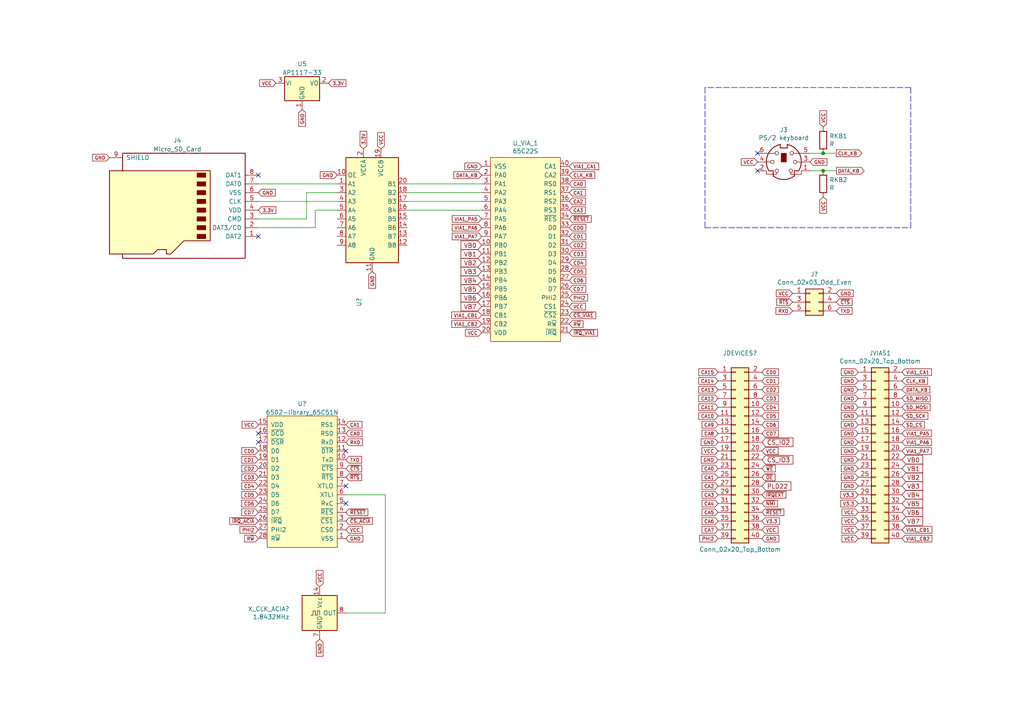
<source format=kicad_sch>
(kicad_sch (version 20211123) (generator eeschema)

  (uuid c3c9f787-3e68-4373-84fd-e883a7e8d1f9)

  (paper "A4")

  (lib_symbols
    (symbol "6502-library:65C22S" (pin_names (offset 1.016)) (in_bom yes) (on_board yes)
      (property "Reference" "U" (id 0) (at 0 -1.27 0)
        (effects (font (size 1.27 1.27)))
      )
      (property "Value" "65C22S" (id 1) (at 0 1.27 0)
        (effects (font (size 1.27 1.27)))
      )
      (property "Footprint" "Package_DIP:DIP-40_W15.24mm_Socket" (id 2) (at 0 26.67 0)
        (effects (font (size 1.27 1.27)) hide)
      )
      (property "Datasheet" "" (id 3) (at 2.54 0 0)
        (effects (font (size 1.27 1.27)) hide)
      )
      (symbol "65C22S_1_1"
        (rectangle (start -10.16 25.4) (end 10.16 -27.94)
          (stroke (width 0) (type default) (color 0 0 0 0))
          (fill (type background))
        )
        (pin power_in line (at -12.7 22.86 0) (length 2.54)
          (name "VSS" (effects (font (size 1.27 1.27))))
          (number "1" (effects (font (size 1.27 1.27))))
        )
        (pin bidirectional line (at -12.7 0 0) (length 2.54)
          (name "PB0" (effects (font (size 1.27 1.27))))
          (number "10" (effects (font (size 1.27 1.27))))
        )
        (pin bidirectional line (at -12.7 -2.54 0) (length 2.54)
          (name "PB1" (effects (font (size 1.27 1.27))))
          (number "11" (effects (font (size 1.27 1.27))))
        )
        (pin bidirectional line (at -12.7 -5.08 0) (length 2.54)
          (name "PB2" (effects (font (size 1.27 1.27))))
          (number "12" (effects (font (size 1.27 1.27))))
        )
        (pin bidirectional line (at -12.7 -7.62 0) (length 2.54)
          (name "PB3" (effects (font (size 1.27 1.27))))
          (number "13" (effects (font (size 1.27 1.27))))
        )
        (pin bidirectional line (at -12.7 -10.16 0) (length 2.54)
          (name "PB4" (effects (font (size 1.27 1.27))))
          (number "14" (effects (font (size 1.27 1.27))))
        )
        (pin bidirectional line (at -12.7 -12.7 0) (length 2.54)
          (name "PB5" (effects (font (size 1.27 1.27))))
          (number "15" (effects (font (size 1.27 1.27))))
        )
        (pin bidirectional line (at -12.7 -15.24 0) (length 2.54)
          (name "PB6" (effects (font (size 1.27 1.27))))
          (number "16" (effects (font (size 1.27 1.27))))
        )
        (pin bidirectional line (at -12.7 -17.78 0) (length 2.54)
          (name "PB7" (effects (font (size 1.27 1.27))))
          (number "17" (effects (font (size 1.27 1.27))))
        )
        (pin bidirectional line (at -12.7 -20.32 0) (length 2.54)
          (name "CB1" (effects (font (size 1.27 1.27))))
          (number "18" (effects (font (size 1.27 1.27))))
        )
        (pin bidirectional line (at -12.7 -22.86 0) (length 2.54)
          (name "CB2" (effects (font (size 1.27 1.27))))
          (number "19" (effects (font (size 1.27 1.27))))
        )
        (pin bidirectional line (at -12.7 20.32 0) (length 2.54)
          (name "PA0" (effects (font (size 1.27 1.27))))
          (number "2" (effects (font (size 1.27 1.27))))
        )
        (pin power_in line (at -12.7 -25.4 0) (length 2.54)
          (name "VDD" (effects (font (size 1.27 1.27))))
          (number "20" (effects (font (size 1.27 1.27))))
        )
        (pin output line (at 12.7 -25.4 180) (length 2.54)
          (name "~{IRQ}" (effects (font (size 1.27 1.27))))
          (number "21" (effects (font (size 1.27 1.27))))
        )
        (pin input line (at 12.7 -22.86 180) (length 2.54)
          (name "R~{W}" (effects (font (size 1.27 1.27))))
          (number "22" (effects (font (size 1.27 1.27))))
        )
        (pin input line (at 12.7 -20.32 180) (length 2.54)
          (name "~{CS2}" (effects (font (size 1.27 1.27))))
          (number "23" (effects (font (size 1.27 1.27))))
        )
        (pin input line (at 12.7 -17.78 180) (length 2.54)
          (name "CS1" (effects (font (size 1.27 1.27))))
          (number "24" (effects (font (size 1.27 1.27))))
        )
        (pin input line (at 12.7 -15.24 180) (length 2.54)
          (name "PHI2" (effects (font (size 1.27 1.27))))
          (number "25" (effects (font (size 1.27 1.27))))
        )
        (pin bidirectional line (at 12.7 -12.7 180) (length 2.54)
          (name "D7" (effects (font (size 1.27 1.27))))
          (number "26" (effects (font (size 1.27 1.27))))
        )
        (pin bidirectional line (at 12.7 -10.16 180) (length 2.54)
          (name "D6" (effects (font (size 1.27 1.27))))
          (number "27" (effects (font (size 1.27 1.27))))
        )
        (pin bidirectional line (at 12.7 -7.62 180) (length 2.54)
          (name "D5" (effects (font (size 1.27 1.27))))
          (number "28" (effects (font (size 1.27 1.27))))
        )
        (pin bidirectional line (at 12.7 -5.08 180) (length 2.54)
          (name "D4" (effects (font (size 1.27 1.27))))
          (number "29" (effects (font (size 1.27 1.27))))
        )
        (pin bidirectional line (at -12.7 17.78 0) (length 2.54)
          (name "PA1" (effects (font (size 1.27 1.27))))
          (number "3" (effects (font (size 1.27 1.27))))
        )
        (pin bidirectional line (at 12.7 -2.54 180) (length 2.54)
          (name "D3" (effects (font (size 1.27 1.27))))
          (number "30" (effects (font (size 1.27 1.27))))
        )
        (pin bidirectional line (at 12.7 0 180) (length 2.54)
          (name "D2" (effects (font (size 1.27 1.27))))
          (number "31" (effects (font (size 1.27 1.27))))
        )
        (pin bidirectional line (at 12.7 2.54 180) (length 2.54)
          (name "D1" (effects (font (size 1.27 1.27))))
          (number "32" (effects (font (size 1.27 1.27))))
        )
        (pin bidirectional line (at 12.7 5.08 180) (length 2.54)
          (name "D0" (effects (font (size 1.27 1.27))))
          (number "33" (effects (font (size 1.27 1.27))))
        )
        (pin input line (at 12.7 7.62 180) (length 2.54)
          (name "~{RES}" (effects (font (size 1.27 1.27))))
          (number "34" (effects (font (size 1.27 1.27))))
        )
        (pin input line (at 12.7 10.16 180) (length 2.54)
          (name "RS3" (effects (font (size 1.27 1.27))))
          (number "35" (effects (font (size 1.27 1.27))))
        )
        (pin input line (at 12.7 12.7 180) (length 2.54)
          (name "RS2" (effects (font (size 1.27 1.27))))
          (number "36" (effects (font (size 1.27 1.27))))
        )
        (pin input line (at 12.7 15.24 180) (length 2.54)
          (name "RS1" (effects (font (size 1.27 1.27))))
          (number "37" (effects (font (size 1.27 1.27))))
        )
        (pin input line (at 12.7 17.78 180) (length 2.54)
          (name "RS0" (effects (font (size 1.27 1.27))))
          (number "38" (effects (font (size 1.27 1.27))))
        )
        (pin bidirectional line (at 12.7 20.32 180) (length 2.54)
          (name "CA2" (effects (font (size 1.27 1.27))))
          (number "39" (effects (font (size 1.27 1.27))))
        )
        (pin bidirectional line (at -12.7 15.24 0) (length 2.54)
          (name "PA2" (effects (font (size 1.27 1.27))))
          (number "4" (effects (font (size 1.27 1.27))))
        )
        (pin bidirectional line (at 12.7 22.86 180) (length 2.54)
          (name "CA1" (effects (font (size 1.27 1.27))))
          (number "40" (effects (font (size 1.27 1.27))))
        )
        (pin bidirectional line (at -12.7 12.7 0) (length 2.54)
          (name "PA3" (effects (font (size 1.27 1.27))))
          (number "5" (effects (font (size 1.27 1.27))))
        )
        (pin bidirectional line (at -12.7 10.16 0) (length 2.54)
          (name "PA4" (effects (font (size 1.27 1.27))))
          (number "6" (effects (font (size 1.27 1.27))))
        )
        (pin bidirectional line (at -12.7 7.62 0) (length 2.54)
          (name "PA5" (effects (font (size 1.27 1.27))))
          (number "7" (effects (font (size 1.27 1.27))))
        )
        (pin bidirectional line (at -12.7 5.08 0) (length 2.54)
          (name "PA6" (effects (font (size 1.27 1.27))))
          (number "8" (effects (font (size 1.27 1.27))))
        )
        (pin bidirectional line (at -12.7 2.54 0) (length 2.54)
          (name "PA7" (effects (font (size 1.27 1.27))))
          (number "9" (effects (font (size 1.27 1.27))))
        )
      )
    )
    (symbol "Connector:Micro_SD_Card" (pin_names (offset 1.016)) (in_bom yes) (on_board yes)
      (property "Reference" "J" (id 0) (at -16.51 15.24 0)
        (effects (font (size 1.27 1.27)))
      )
      (property "Value" "Micro_SD_Card" (id 1) (at 16.51 15.24 0)
        (effects (font (size 1.27 1.27)) (justify right))
      )
      (property "Footprint" "" (id 2) (at 29.21 7.62 0)
        (effects (font (size 1.27 1.27)) hide)
      )
      (property "Datasheet" "http://katalog.we-online.de/em/datasheet/693072010801.pdf" (id 3) (at 0 0 0)
        (effects (font (size 1.27 1.27)) hide)
      )
      (property "ki_keywords" "connector SD microsd" (id 4) (at 0 0 0)
        (effects (font (size 1.27 1.27)) hide)
      )
      (property "ki_description" "Micro SD Card Socket" (id 5) (at 0 0 0)
        (effects (font (size 1.27 1.27)) hide)
      )
      (property "ki_fp_filters" "microSD*" (id 6) (at 0 0 0)
        (effects (font (size 1.27 1.27)) hide)
      )
      (symbol "Micro_SD_Card_0_1"
        (rectangle (start -7.62 -9.525) (end -5.08 -10.795)
          (stroke (width 0) (type default) (color 0 0 0 0))
          (fill (type outline))
        )
        (rectangle (start -7.62 -6.985) (end -5.08 -8.255)
          (stroke (width 0) (type default) (color 0 0 0 0))
          (fill (type outline))
        )
        (rectangle (start -7.62 -4.445) (end -5.08 -5.715)
          (stroke (width 0) (type default) (color 0 0 0 0))
          (fill (type outline))
        )
        (rectangle (start -7.62 -1.905) (end -5.08 -3.175)
          (stroke (width 0) (type default) (color 0 0 0 0))
          (fill (type outline))
        )
        (rectangle (start -7.62 0.635) (end -5.08 -0.635)
          (stroke (width 0) (type default) (color 0 0 0 0))
          (fill (type outline))
        )
        (rectangle (start -7.62 3.175) (end -5.08 1.905)
          (stroke (width 0) (type default) (color 0 0 0 0))
          (fill (type outline))
        )
        (rectangle (start -7.62 5.715) (end -5.08 4.445)
          (stroke (width 0) (type default) (color 0 0 0 0))
          (fill (type outline))
        )
        (rectangle (start -7.62 8.255) (end -5.08 6.985)
          (stroke (width 0) (type default) (color 0 0 0 0))
          (fill (type outline))
        )
        (polyline
          (pts
            (xy 16.51 12.7)
            (xy 16.51 13.97)
            (xy -19.05 13.97)
            (xy -19.05 -16.51)
            (xy 16.51 -16.51)
            (xy 16.51 -11.43)
          )
          (stroke (width 0.254) (type default) (color 0 0 0 0))
          (fill (type none))
        )
        (polyline
          (pts
            (xy -8.89 -11.43)
            (xy -8.89 8.89)
            (xy -1.27 8.89)
            (xy 2.54 12.7)
            (xy 3.81 12.7)
            (xy 3.81 11.43)
            (xy 6.35 11.43)
            (xy 7.62 12.7)
            (xy 20.32 12.7)
            (xy 20.32 -11.43)
            (xy -8.89 -11.43)
          )
          (stroke (width 0.254) (type default) (color 0 0 0 0))
          (fill (type background))
        )
      )
      (symbol "Micro_SD_Card_1_1"
        (pin bidirectional line (at -22.86 7.62 0) (length 3.81)
          (name "DAT2" (effects (font (size 1.27 1.27))))
          (number "1" (effects (font (size 1.27 1.27))))
        )
        (pin bidirectional line (at -22.86 5.08 0) (length 3.81)
          (name "DAT3/CD" (effects (font (size 1.27 1.27))))
          (number "2" (effects (font (size 1.27 1.27))))
        )
        (pin input line (at -22.86 2.54 0) (length 3.81)
          (name "CMD" (effects (font (size 1.27 1.27))))
          (number "3" (effects (font (size 1.27 1.27))))
        )
        (pin power_in line (at -22.86 0 0) (length 3.81)
          (name "VDD" (effects (font (size 1.27 1.27))))
          (number "4" (effects (font (size 1.27 1.27))))
        )
        (pin input line (at -22.86 -2.54 0) (length 3.81)
          (name "CLK" (effects (font (size 1.27 1.27))))
          (number "5" (effects (font (size 1.27 1.27))))
        )
        (pin power_in line (at -22.86 -5.08 0) (length 3.81)
          (name "VSS" (effects (font (size 1.27 1.27))))
          (number "6" (effects (font (size 1.27 1.27))))
        )
        (pin bidirectional line (at -22.86 -7.62 0) (length 3.81)
          (name "DAT0" (effects (font (size 1.27 1.27))))
          (number "7" (effects (font (size 1.27 1.27))))
        )
        (pin bidirectional line (at -22.86 -10.16 0) (length 3.81)
          (name "DAT1" (effects (font (size 1.27 1.27))))
          (number "8" (effects (font (size 1.27 1.27))))
        )
        (pin passive line (at 20.32 -15.24 180) (length 3.81)
          (name "SHIELD" (effects (font (size 1.27 1.27))))
          (number "9" (effects (font (size 1.27 1.27))))
        )
      )
    )
    (symbol "Connector:Mini-DIN-6" (pin_names (offset 1.016)) (in_bom yes) (on_board yes)
      (property "Reference" "J" (id 0) (at 0 6.35 0)
        (effects (font (size 1.27 1.27)))
      )
      (property "Value" "Mini-DIN-6" (id 1) (at 0 -6.35 0)
        (effects (font (size 1.27 1.27)))
      )
      (property "Footprint" "" (id 2) (at 0 0 0)
        (effects (font (size 1.27 1.27)) hide)
      )
      (property "Datasheet" "http://service.powerdynamics.com/ec/Catalog17/Section%2011.pdf" (id 3) (at 0 0 0)
        (effects (font (size 1.27 1.27)) hide)
      )
      (property "ki_keywords" "Mini-DIN" (id 4) (at 0 0 0)
        (effects (font (size 1.27 1.27)) hide)
      )
      (property "ki_description" "6-pin Mini-DIN connector" (id 5) (at 0 0 0)
        (effects (font (size 1.27 1.27)) hide)
      )
      (property "ki_fp_filters" "MINI?DIN*" (id 6) (at 0 0 0)
        (effects (font (size 1.27 1.27)) hide)
      )
      (symbol "Mini-DIN-6_0_1"
        (circle (center -3.302 0) (radius 0.508)
          (stroke (width 0) (type default) (color 0 0 0 0))
          (fill (type none))
        )
        (arc (start -3.048 -4.064) (mid 0 -5.08) (end 3.048 -4.064)
          (stroke (width 0.254) (type default) (color 0 0 0 0))
          (fill (type none))
        )
        (circle (center -2.032 -2.54) (radius 0.508)
          (stroke (width 0) (type default) (color 0 0 0 0))
          (fill (type none))
        )
        (circle (center -2.032 2.54) (radius 0.508)
          (stroke (width 0) (type default) (color 0 0 0 0))
          (fill (type none))
        )
        (arc (start -1.016 5.08) (mid -4.6228 2.1214) (end -4.318 -2.54)
          (stroke (width 0.254) (type default) (color 0 0 0 0))
          (fill (type none))
        )
        (rectangle (start -0.762 2.54) (end 0.762 0)
          (stroke (width 0) (type default) (color 0 0 0 0))
          (fill (type outline))
        )
        (polyline
          (pts
            (xy -3.81 0)
            (xy -5.08 0)
          )
          (stroke (width 0) (type default) (color 0 0 0 0))
          (fill (type none))
        )
        (polyline
          (pts
            (xy -2.54 2.54)
            (xy -5.08 2.54)
          )
          (stroke (width 0) (type default) (color 0 0 0 0))
          (fill (type none))
        )
        (polyline
          (pts
            (xy 2.794 2.54)
            (xy 5.08 2.54)
          )
          (stroke (width 0) (type default) (color 0 0 0 0))
          (fill (type none))
        )
        (polyline
          (pts
            (xy 5.08 0)
            (xy 3.81 0)
          )
          (stroke (width 0) (type default) (color 0 0 0 0))
          (fill (type none))
        )
        (polyline
          (pts
            (xy -4.318 -2.54)
            (xy -3.048 -2.54)
            (xy -3.048 -4.064)
          )
          (stroke (width 0.254) (type default) (color 0 0 0 0))
          (fill (type none))
        )
        (polyline
          (pts
            (xy 4.318 -2.54)
            (xy 3.048 -2.54)
            (xy 3.048 -4.064)
          )
          (stroke (width 0.254) (type default) (color 0 0 0 0))
          (fill (type none))
        )
        (polyline
          (pts
            (xy -2.032 -3.048)
            (xy -2.032 -3.556)
            (xy -5.08 -3.556)
            (xy -5.08 -2.54)
          )
          (stroke (width 0) (type default) (color 0 0 0 0))
          (fill (type none))
        )
        (polyline
          (pts
            (xy -1.016 5.08)
            (xy -1.016 4.064)
            (xy 1.016 4.064)
            (xy 1.016 5.08)
          )
          (stroke (width 0.254) (type default) (color 0 0 0 0))
          (fill (type none))
        )
        (polyline
          (pts
            (xy 2.032 -3.048)
            (xy 2.032 -3.556)
            (xy 5.08 -3.556)
            (xy 5.08 -2.54)
          )
          (stroke (width 0) (type default) (color 0 0 0 0))
          (fill (type none))
        )
        (circle (center 2.032 -2.54) (radius 0.508)
          (stroke (width 0) (type default) (color 0 0 0 0))
          (fill (type none))
        )
        (circle (center 2.286 2.54) (radius 0.508)
          (stroke (width 0) (type default) (color 0 0 0 0))
          (fill (type none))
        )
        (circle (center 3.302 0) (radius 0.508)
          (stroke (width 0) (type default) (color 0 0 0 0))
          (fill (type none))
        )
        (arc (start 4.318 -2.54) (mid 4.6661 2.1322) (end 1.016 5.08)
          (stroke (width 0.254) (type default) (color 0 0 0 0))
          (fill (type none))
        )
      )
      (symbol "Mini-DIN-6_1_1"
        (pin passive line (at 7.62 -2.54 180) (length 2.54)
          (name "~" (effects (font (size 1.27 1.27))))
          (number "1" (effects (font (size 1.27 1.27))))
        )
        (pin passive line (at -7.62 -2.54 0) (length 2.54)
          (name "~" (effects (font (size 1.27 1.27))))
          (number "2" (effects (font (size 1.27 1.27))))
        )
        (pin passive line (at 7.62 0 180) (length 2.54)
          (name "~" (effects (font (size 1.27 1.27))))
          (number "3" (effects (font (size 1.27 1.27))))
        )
        (pin passive line (at -7.62 0 0) (length 2.54)
          (name "~" (effects (font (size 1.27 1.27))))
          (number "4" (effects (font (size 1.27 1.27))))
        )
        (pin passive line (at 7.62 2.54 180) (length 2.54)
          (name "~" (effects (font (size 1.27 1.27))))
          (number "5" (effects (font (size 1.27 1.27))))
        )
        (pin passive line (at -7.62 2.54 0) (length 2.54)
          (name "~" (effects (font (size 1.27 1.27))))
          (number "6" (effects (font (size 1.27 1.27))))
        )
      )
    )
    (symbol "Connector_Generic:Conn_02x03_Odd_Even" (pin_names (offset 1.016) hide) (in_bom yes) (on_board yes)
      (property "Reference" "J" (id 0) (at 1.27 5.08 0)
        (effects (font (size 1.27 1.27)))
      )
      (property "Value" "Conn_02x03_Odd_Even" (id 1) (at 1.27 -5.08 0)
        (effects (font (size 1.27 1.27)))
      )
      (property "Footprint" "" (id 2) (at 0 0 0)
        (effects (font (size 1.27 1.27)) hide)
      )
      (property "Datasheet" "~" (id 3) (at 0 0 0)
        (effects (font (size 1.27 1.27)) hide)
      )
      (property "ki_keywords" "connector" (id 4) (at 0 0 0)
        (effects (font (size 1.27 1.27)) hide)
      )
      (property "ki_description" "Generic connector, double row, 02x03, odd/even pin numbering scheme (row 1 odd numbers, row 2 even numbers), script generated (kicad-library-utils/schlib/autogen/connector/)" (id 5) (at 0 0 0)
        (effects (font (size 1.27 1.27)) hide)
      )
      (property "ki_fp_filters" "Connector*:*_2x??_*" (id 6) (at 0 0 0)
        (effects (font (size 1.27 1.27)) hide)
      )
      (symbol "Conn_02x03_Odd_Even_1_1"
        (rectangle (start -1.27 -2.413) (end 0 -2.667)
          (stroke (width 0.1524) (type default) (color 0 0 0 0))
          (fill (type none))
        )
        (rectangle (start -1.27 0.127) (end 0 -0.127)
          (stroke (width 0.1524) (type default) (color 0 0 0 0))
          (fill (type none))
        )
        (rectangle (start -1.27 2.667) (end 0 2.413)
          (stroke (width 0.1524) (type default) (color 0 0 0 0))
          (fill (type none))
        )
        (rectangle (start -1.27 3.81) (end 3.81 -3.81)
          (stroke (width 0.254) (type default) (color 0 0 0 0))
          (fill (type background))
        )
        (rectangle (start 3.81 -2.413) (end 2.54 -2.667)
          (stroke (width 0.1524) (type default) (color 0 0 0 0))
          (fill (type none))
        )
        (rectangle (start 3.81 0.127) (end 2.54 -0.127)
          (stroke (width 0.1524) (type default) (color 0 0 0 0))
          (fill (type none))
        )
        (rectangle (start 3.81 2.667) (end 2.54 2.413)
          (stroke (width 0.1524) (type default) (color 0 0 0 0))
          (fill (type none))
        )
        (pin passive line (at -5.08 2.54 0) (length 3.81)
          (name "Pin_1" (effects (font (size 1.27 1.27))))
          (number "1" (effects (font (size 1.27 1.27))))
        )
        (pin passive line (at 7.62 2.54 180) (length 3.81)
          (name "Pin_2" (effects (font (size 1.27 1.27))))
          (number "2" (effects (font (size 1.27 1.27))))
        )
        (pin passive line (at -5.08 0 0) (length 3.81)
          (name "Pin_3" (effects (font (size 1.27 1.27))))
          (number "3" (effects (font (size 1.27 1.27))))
        )
        (pin passive line (at 7.62 0 180) (length 3.81)
          (name "Pin_4" (effects (font (size 1.27 1.27))))
          (number "4" (effects (font (size 1.27 1.27))))
        )
        (pin passive line (at -5.08 -2.54 0) (length 3.81)
          (name "Pin_5" (effects (font (size 1.27 1.27))))
          (number "5" (effects (font (size 1.27 1.27))))
        )
        (pin passive line (at 7.62 -2.54 180) (length 3.81)
          (name "Pin_6" (effects (font (size 1.27 1.27))))
          (number "6" (effects (font (size 1.27 1.27))))
        )
      )
    )
    (symbol "Connector_Generic:Conn_02x20_Odd_Even" (pin_names (offset 1.016) hide) (in_bom yes) (on_board yes)
      (property "Reference" "J" (id 0) (at 1.27 25.4 0)
        (effects (font (size 1.27 1.27)))
      )
      (property "Value" "Conn_02x20_Odd_Even" (id 1) (at 1.27 -27.94 0)
        (effects (font (size 1.27 1.27)))
      )
      (property "Footprint" "" (id 2) (at 0 0 0)
        (effects (font (size 1.27 1.27)) hide)
      )
      (property "Datasheet" "~" (id 3) (at 0 0 0)
        (effects (font (size 1.27 1.27)) hide)
      )
      (property "ki_keywords" "connector" (id 4) (at 0 0 0)
        (effects (font (size 1.27 1.27)) hide)
      )
      (property "ki_description" "Generic connector, double row, 02x20, odd/even pin numbering scheme (row 1 odd numbers, row 2 even numbers), script generated (kicad-library-utils/schlib/autogen/connector/)" (id 5) (at 0 0 0)
        (effects (font (size 1.27 1.27)) hide)
      )
      (property "ki_fp_filters" "Connector*:*_2x??_*" (id 6) (at 0 0 0)
        (effects (font (size 1.27 1.27)) hide)
      )
      (symbol "Conn_02x20_Odd_Even_1_1"
        (rectangle (start -1.27 -25.273) (end 0 -25.527)
          (stroke (width 0.1524) (type default) (color 0 0 0 0))
          (fill (type none))
        )
        (rectangle (start -1.27 -22.733) (end 0 -22.987)
          (stroke (width 0.1524) (type default) (color 0 0 0 0))
          (fill (type none))
        )
        (rectangle (start -1.27 -20.193) (end 0 -20.447)
          (stroke (width 0.1524) (type default) (color 0 0 0 0))
          (fill (type none))
        )
        (rectangle (start -1.27 -17.653) (end 0 -17.907)
          (stroke (width 0.1524) (type default) (color 0 0 0 0))
          (fill (type none))
        )
        (rectangle (start -1.27 -15.113) (end 0 -15.367)
          (stroke (width 0.1524) (type default) (color 0 0 0 0))
          (fill (type none))
        )
        (rectangle (start -1.27 -12.573) (end 0 -12.827)
          (stroke (width 0.1524) (type default) (color 0 0 0 0))
          (fill (type none))
        )
        (rectangle (start -1.27 -10.033) (end 0 -10.287)
          (stroke (width 0.1524) (type default) (color 0 0 0 0))
          (fill (type none))
        )
        (rectangle (start -1.27 -7.493) (end 0 -7.747)
          (stroke (width 0.1524) (type default) (color 0 0 0 0))
          (fill (type none))
        )
        (rectangle (start -1.27 -4.953) (end 0 -5.207)
          (stroke (width 0.1524) (type default) (color 0 0 0 0))
          (fill (type none))
        )
        (rectangle (start -1.27 -2.413) (end 0 -2.667)
          (stroke (width 0.1524) (type default) (color 0 0 0 0))
          (fill (type none))
        )
        (rectangle (start -1.27 0.127) (end 0 -0.127)
          (stroke (width 0.1524) (type default) (color 0 0 0 0))
          (fill (type none))
        )
        (rectangle (start -1.27 2.667) (end 0 2.413)
          (stroke (width 0.1524) (type default) (color 0 0 0 0))
          (fill (type none))
        )
        (rectangle (start -1.27 5.207) (end 0 4.953)
          (stroke (width 0.1524) (type default) (color 0 0 0 0))
          (fill (type none))
        )
        (rectangle (start -1.27 7.747) (end 0 7.493)
          (stroke (width 0.1524) (type default) (color 0 0 0 0))
          (fill (type none))
        )
        (rectangle (start -1.27 10.287) (end 0 10.033)
          (stroke (width 0.1524) (type default) (color 0 0 0 0))
          (fill (type none))
        )
        (rectangle (start -1.27 12.827) (end 0 12.573)
          (stroke (width 0.1524) (type default) (color 0 0 0 0))
          (fill (type none))
        )
        (rectangle (start -1.27 15.367) (end 0 15.113)
          (stroke (width 0.1524) (type default) (color 0 0 0 0))
          (fill (type none))
        )
        (rectangle (start -1.27 17.907) (end 0 17.653)
          (stroke (width 0.1524) (type default) (color 0 0 0 0))
          (fill (type none))
        )
        (rectangle (start -1.27 20.447) (end 0 20.193)
          (stroke (width 0.1524) (type default) (color 0 0 0 0))
          (fill (type none))
        )
        (rectangle (start -1.27 22.987) (end 0 22.733)
          (stroke (width 0.1524) (type default) (color 0 0 0 0))
          (fill (type none))
        )
        (rectangle (start -1.27 24.13) (end 3.81 -26.67)
          (stroke (width 0.254) (type default) (color 0 0 0 0))
          (fill (type background))
        )
        (rectangle (start 3.81 -25.273) (end 2.54 -25.527)
          (stroke (width 0.1524) (type default) (color 0 0 0 0))
          (fill (type none))
        )
        (rectangle (start 3.81 -22.733) (end 2.54 -22.987)
          (stroke (width 0.1524) (type default) (color 0 0 0 0))
          (fill (type none))
        )
        (rectangle (start 3.81 -20.193) (end 2.54 -20.447)
          (stroke (width 0.1524) (type default) (color 0 0 0 0))
          (fill (type none))
        )
        (rectangle (start 3.81 -17.653) (end 2.54 -17.907)
          (stroke (width 0.1524) (type default) (color 0 0 0 0))
          (fill (type none))
        )
        (rectangle (start 3.81 -15.113) (end 2.54 -15.367)
          (stroke (width 0.1524) (type default) (color 0 0 0 0))
          (fill (type none))
        )
        (rectangle (start 3.81 -12.573) (end 2.54 -12.827)
          (stroke (width 0.1524) (type default) (color 0 0 0 0))
          (fill (type none))
        )
        (rectangle (start 3.81 -10.033) (end 2.54 -10.287)
          (stroke (width 0.1524) (type default) (color 0 0 0 0))
          (fill (type none))
        )
        (rectangle (start 3.81 -7.493) (end 2.54 -7.747)
          (stroke (width 0.1524) (type default) (color 0 0 0 0))
          (fill (type none))
        )
        (rectangle (start 3.81 -4.953) (end 2.54 -5.207)
          (stroke (width 0.1524) (type default) (color 0 0 0 0))
          (fill (type none))
        )
        (rectangle (start 3.81 -2.413) (end 2.54 -2.667)
          (stroke (width 0.1524) (type default) (color 0 0 0 0))
          (fill (type none))
        )
        (rectangle (start 3.81 0.127) (end 2.54 -0.127)
          (stroke (width 0.1524) (type default) (color 0 0 0 0))
          (fill (type none))
        )
        (rectangle (start 3.81 2.667) (end 2.54 2.413)
          (stroke (width 0.1524) (type default) (color 0 0 0 0))
          (fill (type none))
        )
        (rectangle (start 3.81 5.207) (end 2.54 4.953)
          (stroke (width 0.1524) (type default) (color 0 0 0 0))
          (fill (type none))
        )
        (rectangle (start 3.81 7.747) (end 2.54 7.493)
          (stroke (width 0.1524) (type default) (color 0 0 0 0))
          (fill (type none))
        )
        (rectangle (start 3.81 10.287) (end 2.54 10.033)
          (stroke (width 0.1524) (type default) (color 0 0 0 0))
          (fill (type none))
        )
        (rectangle (start 3.81 12.827) (end 2.54 12.573)
          (stroke (width 0.1524) (type default) (color 0 0 0 0))
          (fill (type none))
        )
        (rectangle (start 3.81 15.367) (end 2.54 15.113)
          (stroke (width 0.1524) (type default) (color 0 0 0 0))
          (fill (type none))
        )
        (rectangle (start 3.81 17.907) (end 2.54 17.653)
          (stroke (width 0.1524) (type default) (color 0 0 0 0))
          (fill (type none))
        )
        (rectangle (start 3.81 20.447) (end 2.54 20.193)
          (stroke (width 0.1524) (type default) (color 0 0 0 0))
          (fill (type none))
        )
        (rectangle (start 3.81 22.987) (end 2.54 22.733)
          (stroke (width 0.1524) (type default) (color 0 0 0 0))
          (fill (type none))
        )
        (pin passive line (at -5.08 22.86 0) (length 3.81)
          (name "Pin_1" (effects (font (size 1.27 1.27))))
          (number "1" (effects (font (size 1.27 1.27))))
        )
        (pin passive line (at 7.62 12.7 180) (length 3.81)
          (name "Pin_10" (effects (font (size 1.27 1.27))))
          (number "10" (effects (font (size 1.27 1.27))))
        )
        (pin passive line (at -5.08 10.16 0) (length 3.81)
          (name "Pin_11" (effects (font (size 1.27 1.27))))
          (number "11" (effects (font (size 1.27 1.27))))
        )
        (pin passive line (at 7.62 10.16 180) (length 3.81)
          (name "Pin_12" (effects (font (size 1.27 1.27))))
          (number "12" (effects (font (size 1.27 1.27))))
        )
        (pin passive line (at -5.08 7.62 0) (length 3.81)
          (name "Pin_13" (effects (font (size 1.27 1.27))))
          (number "13" (effects (font (size 1.27 1.27))))
        )
        (pin passive line (at 7.62 7.62 180) (length 3.81)
          (name "Pin_14" (effects (font (size 1.27 1.27))))
          (number "14" (effects (font (size 1.27 1.27))))
        )
        (pin passive line (at -5.08 5.08 0) (length 3.81)
          (name "Pin_15" (effects (font (size 1.27 1.27))))
          (number "15" (effects (font (size 1.27 1.27))))
        )
        (pin passive line (at 7.62 5.08 180) (length 3.81)
          (name "Pin_16" (effects (font (size 1.27 1.27))))
          (number "16" (effects (font (size 1.27 1.27))))
        )
        (pin passive line (at -5.08 2.54 0) (length 3.81)
          (name "Pin_17" (effects (font (size 1.27 1.27))))
          (number "17" (effects (font (size 1.27 1.27))))
        )
        (pin passive line (at 7.62 2.54 180) (length 3.81)
          (name "Pin_18" (effects (font (size 1.27 1.27))))
          (number "18" (effects (font (size 1.27 1.27))))
        )
        (pin passive line (at -5.08 0 0) (length 3.81)
          (name "Pin_19" (effects (font (size 1.27 1.27))))
          (number "19" (effects (font (size 1.27 1.27))))
        )
        (pin passive line (at 7.62 22.86 180) (length 3.81)
          (name "Pin_2" (effects (font (size 1.27 1.27))))
          (number "2" (effects (font (size 1.27 1.27))))
        )
        (pin passive line (at 7.62 0 180) (length 3.81)
          (name "Pin_20" (effects (font (size 1.27 1.27))))
          (number "20" (effects (font (size 1.27 1.27))))
        )
        (pin passive line (at -5.08 -2.54 0) (length 3.81)
          (name "Pin_21" (effects (font (size 1.27 1.27))))
          (number "21" (effects (font (size 1.27 1.27))))
        )
        (pin passive line (at 7.62 -2.54 180) (length 3.81)
          (name "Pin_22" (effects (font (size 1.27 1.27))))
          (number "22" (effects (font (size 1.27 1.27))))
        )
        (pin passive line (at -5.08 -5.08 0) (length 3.81)
          (name "Pin_23" (effects (font (size 1.27 1.27))))
          (number "23" (effects (font (size 1.27 1.27))))
        )
        (pin passive line (at 7.62 -5.08 180) (length 3.81)
          (name "Pin_24" (effects (font (size 1.27 1.27))))
          (number "24" (effects (font (size 1.27 1.27))))
        )
        (pin passive line (at -5.08 -7.62 0) (length 3.81)
          (name "Pin_25" (effects (font (size 1.27 1.27))))
          (number "25" (effects (font (size 1.27 1.27))))
        )
        (pin passive line (at 7.62 -7.62 180) (length 3.81)
          (name "Pin_26" (effects (font (size 1.27 1.27))))
          (number "26" (effects (font (size 1.27 1.27))))
        )
        (pin passive line (at -5.08 -10.16 0) (length 3.81)
          (name "Pin_27" (effects (font (size 1.27 1.27))))
          (number "27" (effects (font (size 1.27 1.27))))
        )
        (pin passive line (at 7.62 -10.16 180) (length 3.81)
          (name "Pin_28" (effects (font (size 1.27 1.27))))
          (number "28" (effects (font (size 1.27 1.27))))
        )
        (pin passive line (at -5.08 -12.7 0) (length 3.81)
          (name "Pin_29" (effects (font (size 1.27 1.27))))
          (number "29" (effects (font (size 1.27 1.27))))
        )
        (pin passive line (at -5.08 20.32 0) (length 3.81)
          (name "Pin_3" (effects (font (size 1.27 1.27))))
          (number "3" (effects (font (size 1.27 1.27))))
        )
        (pin passive line (at 7.62 -12.7 180) (length 3.81)
          (name "Pin_30" (effects (font (size 1.27 1.27))))
          (number "30" (effects (font (size 1.27 1.27))))
        )
        (pin passive line (at -5.08 -15.24 0) (length 3.81)
          (name "Pin_31" (effects (font (size 1.27 1.27))))
          (number "31" (effects (font (size 1.27 1.27))))
        )
        (pin passive line (at 7.62 -15.24 180) (length 3.81)
          (name "Pin_32" (effects (font (size 1.27 1.27))))
          (number "32" (effects (font (size 1.27 1.27))))
        )
        (pin passive line (at -5.08 -17.78 0) (length 3.81)
          (name "Pin_33" (effects (font (size 1.27 1.27))))
          (number "33" (effects (font (size 1.27 1.27))))
        )
        (pin passive line (at 7.62 -17.78 180) (length 3.81)
          (name "Pin_34" (effects (font (size 1.27 1.27))))
          (number "34" (effects (font (size 1.27 1.27))))
        )
        (pin passive line (at -5.08 -20.32 0) (length 3.81)
          (name "Pin_35" (effects (font (size 1.27 1.27))))
          (number "35" (effects (font (size 1.27 1.27))))
        )
        (pin passive line (at 7.62 -20.32 180) (length 3.81)
          (name "Pin_36" (effects (font (size 1.27 1.27))))
          (number "36" (effects (font (size 1.27 1.27))))
        )
        (pin passive line (at -5.08 -22.86 0) (length 3.81)
          (name "Pin_37" (effects (font (size 1.27 1.27))))
          (number "37" (effects (font (size 1.27 1.27))))
        )
        (pin passive line (at 7.62 -22.86 180) (length 3.81)
          (name "Pin_38" (effects (font (size 1.27 1.27))))
          (number "38" (effects (font (size 1.27 1.27))))
        )
        (pin passive line (at -5.08 -25.4 0) (length 3.81)
          (name "Pin_39" (effects (font (size 1.27 1.27))))
          (number "39" (effects (font (size 1.27 1.27))))
        )
        (pin passive line (at 7.62 20.32 180) (length 3.81)
          (name "Pin_4" (effects (font (size 1.27 1.27))))
          (number "4" (effects (font (size 1.27 1.27))))
        )
        (pin passive line (at 7.62 -25.4 180) (length 3.81)
          (name "Pin_40" (effects (font (size 1.27 1.27))))
          (number "40" (effects (font (size 1.27 1.27))))
        )
        (pin passive line (at -5.08 17.78 0) (length 3.81)
          (name "Pin_5" (effects (font (size 1.27 1.27))))
          (number "5" (effects (font (size 1.27 1.27))))
        )
        (pin passive line (at 7.62 17.78 180) (length 3.81)
          (name "Pin_6" (effects (font (size 1.27 1.27))))
          (number "6" (effects (font (size 1.27 1.27))))
        )
        (pin passive line (at -5.08 15.24 0) (length 3.81)
          (name "Pin_7" (effects (font (size 1.27 1.27))))
          (number "7" (effects (font (size 1.27 1.27))))
        )
        (pin passive line (at 7.62 15.24 180) (length 3.81)
          (name "Pin_8" (effects (font (size 1.27 1.27))))
          (number "8" (effects (font (size 1.27 1.27))))
        )
        (pin passive line (at -5.08 12.7 0) (length 3.81)
          (name "Pin_9" (effects (font (size 1.27 1.27))))
          (number "9" (effects (font (size 1.27 1.27))))
        )
      )
    )
    (symbol "Device:R" (pin_numbers hide) (pin_names (offset 0)) (in_bom yes) (on_board yes)
      (property "Reference" "R" (id 0) (at 2.032 0 90)
        (effects (font (size 1.27 1.27)))
      )
      (property "Value" "R" (id 1) (at 0 0 90)
        (effects (font (size 1.27 1.27)))
      )
      (property "Footprint" "" (id 2) (at -1.778 0 90)
        (effects (font (size 1.27 1.27)) hide)
      )
      (property "Datasheet" "~" (id 3) (at 0 0 0)
        (effects (font (size 1.27 1.27)) hide)
      )
      (property "ki_keywords" "R res resistor" (id 4) (at 0 0 0)
        (effects (font (size 1.27 1.27)) hide)
      )
      (property "ki_description" "Resistor" (id 5) (at 0 0 0)
        (effects (font (size 1.27 1.27)) hide)
      )
      (property "ki_fp_filters" "R_*" (id 6) (at 0 0 0)
        (effects (font (size 1.27 1.27)) hide)
      )
      (symbol "R_0_1"
        (rectangle (start -1.016 -2.54) (end 1.016 2.54)
          (stroke (width 0.254) (type default) (color 0 0 0 0))
          (fill (type none))
        )
      )
      (symbol "R_1_1"
        (pin passive line (at 0 3.81 270) (length 1.27)
          (name "~" (effects (font (size 1.27 1.27))))
          (number "1" (effects (font (size 1.27 1.27))))
        )
        (pin passive line (at 0 -3.81 90) (length 1.27)
          (name "~" (effects (font (size 1.27 1.27))))
          (number "2" (effects (font (size 1.27 1.27))))
        )
      )
    )
    (symbol "EB6502-custom:6502-library_65C51N" (pin_names (offset 1.016)) (in_bom yes) (on_board yes)
      (property "Reference" "U" (id 0) (at 0 -1.27 0)
        (effects (font (size 1.27 1.27)))
      )
      (property "Value" "6502-library_65C51N" (id 1) (at 0 1.27 0)
        (effects (font (size 1.27 1.27)))
      )
      (property "Footprint" "Package_DIP:DIP-28_W15.24mm_Socket" (id 2) (at -1.27 20.32 0)
        (effects (font (size 1.27 1.27)) hide)
      )
      (property "Datasheet" "" (id 3) (at 0 0 0)
        (effects (font (size 1.27 1.27)) hide)
      )
      (symbol "6502-library_65C51N_0_1"
        (rectangle (start -10.16 19.05) (end 10.16 -19.05)
          (stroke (width 0) (type default) (color 0 0 0 0))
          (fill (type background))
        )
      )
      (symbol "6502-library_65C51N_1_1"
        (pin power_in line (at -12.7 16.51 0) (length 2.54)
          (name "VSS" (effects (font (size 1.27 1.27))))
          (number "1" (effects (font (size 1.27 1.27))))
        )
        (pin output line (at -12.7 -6.35 0) (length 2.54)
          (name "TxD" (effects (font (size 1.27 1.27))))
          (number "10" (effects (font (size 1.27 1.27))))
        )
        (pin output line (at -12.7 -8.89 0) (length 2.54)
          (name "~{DTR}" (effects (font (size 1.27 1.27))))
          (number "11" (effects (font (size 1.27 1.27))))
        )
        (pin input line (at -12.7 -11.43 0) (length 2.54)
          (name "RxD" (effects (font (size 1.27 1.27))))
          (number "12" (effects (font (size 1.27 1.27))))
        )
        (pin input line (at -12.7 -13.97 0) (length 2.54)
          (name "RS0" (effects (font (size 1.27 1.27))))
          (number "13" (effects (font (size 1.27 1.27))))
        )
        (pin input line (at -12.7 -16.51 0) (length 2.54)
          (name "RS1" (effects (font (size 1.27 1.27))))
          (number "14" (effects (font (size 1.27 1.27))))
        )
        (pin power_in line (at 12.7 -16.51 180) (length 2.54)
          (name "VDD" (effects (font (size 1.27 1.27))))
          (number "15" (effects (font (size 1.27 1.27))))
        )
        (pin input line (at 12.7 -13.97 180) (length 2.54)
          (name "~{DCD}" (effects (font (size 1.27 1.27))))
          (number "16" (effects (font (size 1.27 1.27))))
        )
        (pin input line (at 12.7 -11.43 180) (length 2.54)
          (name "~{DSR}" (effects (font (size 1.27 1.27))))
          (number "17" (effects (font (size 1.27 1.27))))
        )
        (pin bidirectional line (at 12.7 -8.89 180) (length 2.54)
          (name "D0" (effects (font (size 1.27 1.27))))
          (number "18" (effects (font (size 1.27 1.27))))
        )
        (pin bidirectional line (at 12.7 -6.35 180) (length 2.54)
          (name "D1" (effects (font (size 1.27 1.27))))
          (number "19" (effects (font (size 1.27 1.27))))
        )
        (pin input line (at -12.7 13.97 0) (length 2.54)
          (name "CS0" (effects (font (size 1.27 1.27))))
          (number "2" (effects (font (size 1.27 1.27))))
        )
        (pin bidirectional line (at 12.7 -3.81 180) (length 2.54)
          (name "D2" (effects (font (size 1.27 1.27))))
          (number "20" (effects (font (size 1.27 1.27))))
        )
        (pin bidirectional line (at 12.7 -1.27 180) (length 2.54)
          (name "D3" (effects (font (size 1.27 1.27))))
          (number "21" (effects (font (size 1.27 1.27))))
        )
        (pin bidirectional line (at 12.7 1.27 180) (length 2.54)
          (name "D4" (effects (font (size 1.27 1.27))))
          (number "22" (effects (font (size 1.27 1.27))))
        )
        (pin bidirectional line (at 12.7 3.81 180) (length 2.54)
          (name "D5" (effects (font (size 1.27 1.27))))
          (number "23" (effects (font (size 1.27 1.27))))
        )
        (pin bidirectional line (at 12.7 6.35 180) (length 2.54)
          (name "D6" (effects (font (size 1.27 1.27))))
          (number "24" (effects (font (size 1.27 1.27))))
        )
        (pin bidirectional line (at 12.7 8.89 180) (length 2.54)
          (name "D7" (effects (font (size 1.27 1.27))))
          (number "25" (effects (font (size 1.27 1.27))))
        )
        (pin output line (at 12.7 11.43 180) (length 2.54)
          (name "~{IRQ}" (effects (font (size 1.27 1.27))))
          (number "26" (effects (font (size 1.27 1.27))))
        )
        (pin input line (at 12.7 13.97 180) (length 2.54)
          (name "PHI2" (effects (font (size 1.27 1.27))))
          (number "27" (effects (font (size 1.27 1.27))))
        )
        (pin input line (at 12.7 16.51 180) (length 2.54)
          (name "R~{W}" (effects (font (size 1.27 1.27))))
          (number "28" (effects (font (size 1.27 1.27))))
        )
        (pin input line (at -12.7 11.43 0) (length 2.54)
          (name "~{CS1}" (effects (font (size 1.27 1.27))))
          (number "3" (effects (font (size 1.27 1.27))))
        )
        (pin input line (at -12.7 8.89 0) (length 2.54)
          (name "~{RES}" (effects (font (size 1.27 1.27))))
          (number "4" (effects (font (size 1.27 1.27))))
        )
        (pin bidirectional line (at -12.7 6.35 0) (length 2.54)
          (name "RxC" (effects (font (size 1.27 1.27))))
          (number "5" (effects (font (size 1.27 1.27))))
        )
        (pin input line (at -12.7 3.81 0) (length 2.54)
          (name "XTLI" (effects (font (size 1.27 1.27))))
          (number "6" (effects (font (size 1.27 1.27))))
        )
        (pin output line (at -12.7 1.27 0) (length 2.54)
          (name "XTLO" (effects (font (size 1.27 1.27))))
          (number "7" (effects (font (size 1.27 1.27))))
        )
        (pin output line (at -12.7 -1.27 0) (length 2.54)
          (name "~{RTS}" (effects (font (size 1.27 1.27))))
          (number "8" (effects (font (size 1.27 1.27))))
        )
        (pin input line (at -12.7 -3.81 0) (length 2.54)
          (name "~{CTS}" (effects (font (size 1.27 1.27))))
          (number "9" (effects (font (size 1.27 1.27))))
        )
      )
    )
    (symbol "Logic_LevelTranslator:TXS0108EPW" (in_bom yes) (on_board yes)
      (property "Reference" "U" (id 0) (at -6.35 16.51 0)
        (effects (font (size 1.27 1.27)))
      )
      (property "Value" "TXS0108EPW" (id 1) (at 3.81 16.51 0)
        (effects (font (size 1.27 1.27)) (justify left))
      )
      (property "Footprint" "Package_SO:TSSOP-20_4.4x6.5mm_P0.65mm" (id 2) (at 0 -19.05 0)
        (effects (font (size 1.27 1.27)) hide)
      )
      (property "Datasheet" "www.ti.com/lit/ds/symlink/txs0108e.pdf" (id 3) (at 0 -2.54 0)
        (effects (font (size 1.27 1.27)) hide)
      )
      (property "ki_keywords" "8-bit" (id 4) (at 0 0 0)
        (effects (font (size 1.27 1.27)) hide)
      )
      (property "ki_description" "Bidirectional  level-shifting voltage translator, TSSOP-20" (id 5) (at 0 0 0)
        (effects (font (size 1.27 1.27)) hide)
      )
      (property "ki_fp_filters" "*SSOP*4.4x6.5mm*P0.65mm*" (id 6) (at 0 0 0)
        (effects (font (size 1.27 1.27)) hide)
      )
      (symbol "TXS0108EPW_0_1"
        (rectangle (start -7.62 15.24) (end 7.62 -15.24)
          (stroke (width 0.254) (type default) (color 0 0 0 0))
          (fill (type background))
        )
      )
      (symbol "TXS0108EPW_1_1"
        (pin bidirectional line (at -10.16 7.62 0) (length 2.54)
          (name "A1" (effects (font (size 1.27 1.27))))
          (number "1" (effects (font (size 1.27 1.27))))
        )
        (pin input line (at -10.16 10.16 0) (length 2.54)
          (name "OE" (effects (font (size 1.27 1.27))))
          (number "10" (effects (font (size 1.27 1.27))))
        )
        (pin power_in line (at 0 -17.78 90) (length 2.54)
          (name "GND" (effects (font (size 1.27 1.27))))
          (number "11" (effects (font (size 1.27 1.27))))
        )
        (pin bidirectional line (at 10.16 -10.16 180) (length 2.54)
          (name "B8" (effects (font (size 1.27 1.27))))
          (number "12" (effects (font (size 1.27 1.27))))
        )
        (pin bidirectional line (at 10.16 -7.62 180) (length 2.54)
          (name "B7" (effects (font (size 1.27 1.27))))
          (number "13" (effects (font (size 1.27 1.27))))
        )
        (pin bidirectional line (at 10.16 -5.08 180) (length 2.54)
          (name "B6" (effects (font (size 1.27 1.27))))
          (number "14" (effects (font (size 1.27 1.27))))
        )
        (pin bidirectional line (at 10.16 -2.54 180) (length 2.54)
          (name "B5" (effects (font (size 1.27 1.27))))
          (number "15" (effects (font (size 1.27 1.27))))
        )
        (pin bidirectional line (at 10.16 0 180) (length 2.54)
          (name "B4" (effects (font (size 1.27 1.27))))
          (number "16" (effects (font (size 1.27 1.27))))
        )
        (pin bidirectional line (at 10.16 2.54 180) (length 2.54)
          (name "B3" (effects (font (size 1.27 1.27))))
          (number "17" (effects (font (size 1.27 1.27))))
        )
        (pin bidirectional line (at 10.16 5.08 180) (length 2.54)
          (name "B2" (effects (font (size 1.27 1.27))))
          (number "18" (effects (font (size 1.27 1.27))))
        )
        (pin power_in line (at 2.54 17.78 270) (length 2.54)
          (name "VCCB" (effects (font (size 1.27 1.27))))
          (number "19" (effects (font (size 1.27 1.27))))
        )
        (pin power_in line (at -2.54 17.78 270) (length 2.54)
          (name "VCCA" (effects (font (size 1.27 1.27))))
          (number "2" (effects (font (size 1.27 1.27))))
        )
        (pin bidirectional line (at 10.16 7.62 180) (length 2.54)
          (name "B1" (effects (font (size 1.27 1.27))))
          (number "20" (effects (font (size 1.27 1.27))))
        )
        (pin bidirectional line (at -10.16 5.08 0) (length 2.54)
          (name "A2" (effects (font (size 1.27 1.27))))
          (number "3" (effects (font (size 1.27 1.27))))
        )
        (pin bidirectional line (at -10.16 2.54 0) (length 2.54)
          (name "A3" (effects (font (size 1.27 1.27))))
          (number "4" (effects (font (size 1.27 1.27))))
        )
        (pin bidirectional line (at -10.16 0 0) (length 2.54)
          (name "A4" (effects (font (size 1.27 1.27))))
          (number "5" (effects (font (size 1.27 1.27))))
        )
        (pin bidirectional line (at -10.16 -2.54 0) (length 2.54)
          (name "A5" (effects (font (size 1.27 1.27))))
          (number "6" (effects (font (size 1.27 1.27))))
        )
        (pin bidirectional line (at -10.16 -5.08 0) (length 2.54)
          (name "A6" (effects (font (size 1.27 1.27))))
          (number "7" (effects (font (size 1.27 1.27))))
        )
        (pin bidirectional line (at -10.16 -7.62 0) (length 2.54)
          (name "A7" (effects (font (size 1.27 1.27))))
          (number "8" (effects (font (size 1.27 1.27))))
        )
        (pin bidirectional line (at -10.16 -10.16 0) (length 2.54)
          (name "A8" (effects (font (size 1.27 1.27))))
          (number "9" (effects (font (size 1.27 1.27))))
        )
      )
    )
    (symbol "Oscillator:ACO-xxxMHz" (pin_names (offset 0.254)) (in_bom yes) (on_board yes)
      (property "Reference" "X" (id 0) (at -5.08 6.35 0)
        (effects (font (size 1.27 1.27)) (justify left))
      )
      (property "Value" "ACO-xxxMHz" (id 1) (at 1.27 -6.35 0)
        (effects (font (size 1.27 1.27)) (justify left))
      )
      (property "Footprint" "Oscillator:Oscillator_DIP-14" (id 2) (at 11.43 -8.89 0)
        (effects (font (size 1.27 1.27)) hide)
      )
      (property "Datasheet" "http://www.conwin.com/datasheets/cx/cx030.pdf" (id 3) (at -2.54 0 0)
        (effects (font (size 1.27 1.27)) hide)
      )
      (property "ki_keywords" "Crystal Clock Oscillator" (id 4) (at 0 0 0)
        (effects (font (size 1.27 1.27)) hide)
      )
      (property "ki_description" "HCMOS Crystal Clock Oscillator, DIP14-style metal package" (id 5) (at 0 0 0)
        (effects (font (size 1.27 1.27)) hide)
      )
      (property "ki_fp_filters" "Oscillator*DIP*14*" (id 6) (at 0 0 0)
        (effects (font (size 1.27 1.27)) hide)
      )
      (symbol "ACO-xxxMHz_0_1"
        (rectangle (start -5.08 5.08) (end 5.08 -5.08)
          (stroke (width 0.254) (type default) (color 0 0 0 0))
          (fill (type background))
        )
        (polyline
          (pts
            (xy -2.54 -0.635)
            (xy -1.905 -0.635)
            (xy -1.905 0.635)
            (xy -1.27 0.635)
            (xy -1.27 -0.635)
            (xy -0.635 -0.635)
            (xy -0.635 0.635)
            (xy 0 0.635)
            (xy 0 -0.635)
          )
          (stroke (width 0) (type default) (color 0 0 0 0))
          (fill (type none))
        )
      )
      (symbol "ACO-xxxMHz_1_1"
        (pin no_connect line (at -7.62 0 0) (length 2.54) hide
          (name "NC" (effects (font (size 1.27 1.27))))
          (number "1" (effects (font (size 1.27 1.27))))
        )
        (pin power_in line (at 0 7.62 270) (length 2.54)
          (name "Vcc" (effects (font (size 1.27 1.27))))
          (number "14" (effects (font (size 1.27 1.27))))
        )
        (pin power_in line (at 0 -7.62 90) (length 2.54)
          (name "GND" (effects (font (size 1.27 1.27))))
          (number "7" (effects (font (size 1.27 1.27))))
        )
        (pin output line (at 7.62 0 180) (length 2.54)
          (name "OUT" (effects (font (size 1.27 1.27))))
          (number "8" (effects (font (size 1.27 1.27))))
        )
      )
    )
    (symbol "Regulator_Linear:AP1117-33" (pin_names (offset 0.254)) (in_bom yes) (on_board yes)
      (property "Reference" "U" (id 0) (at -3.81 3.175 0)
        (effects (font (size 1.27 1.27)))
      )
      (property "Value" "AP1117-33" (id 1) (at 0 3.175 0)
        (effects (font (size 1.27 1.27)) (justify left))
      )
      (property "Footprint" "Package_TO_SOT_SMD:SOT-223-3_TabPin2" (id 2) (at 0 5.08 0)
        (effects (font (size 1.27 1.27)) hide)
      )
      (property "Datasheet" "http://www.diodes.com/datasheets/AP1117.pdf" (id 3) (at 2.54 -6.35 0)
        (effects (font (size 1.27 1.27)) hide)
      )
      (property "ki_keywords" "linear regulator ldo fixed positive obsolete" (id 4) (at 0 0 0)
        (effects (font (size 1.27 1.27)) hide)
      )
      (property "ki_description" "1A Low Dropout regulator, positive, 3.3V fixed output, SOT-223" (id 5) (at 0 0 0)
        (effects (font (size 1.27 1.27)) hide)
      )
      (property "ki_fp_filters" "SOT?223*TabPin2*" (id 6) (at 0 0 0)
        (effects (font (size 1.27 1.27)) hide)
      )
      (symbol "AP1117-33_0_1"
        (rectangle (start -5.08 -5.08) (end 5.08 1.905)
          (stroke (width 0.254) (type default) (color 0 0 0 0))
          (fill (type background))
        )
      )
      (symbol "AP1117-33_1_1"
        (pin power_in line (at 0 -7.62 90) (length 2.54)
          (name "GND" (effects (font (size 1.27 1.27))))
          (number "1" (effects (font (size 1.27 1.27))))
        )
        (pin power_out line (at 7.62 0 180) (length 2.54)
          (name "VO" (effects (font (size 1.27 1.27))))
          (number "2" (effects (font (size 1.27 1.27))))
        )
        (pin power_in line (at -7.62 0 0) (length 2.54)
          (name "VI" (effects (font (size 1.27 1.27))))
          (number "3" (effects (font (size 1.27 1.27))))
        )
      )
    )
  )

  (junction (at 238.76 49.53) (diameter 0) (color 0 0 0 0)
    (uuid c1b58470-2611-4cff-a18f-7477465239fc)
  )
  (junction (at 238.76 44.45) (diameter 0) (color 0 0 0 0)
    (uuid d02b06d5-8f33-43d3-ba47-885fbb8bf4d4)
  )

  (no_connect (at 100.33 130.81) (uuid 25e733d6-d1a7-4a67-abfe-52cb9eb34ce7))
  (no_connect (at 100.33 146.05) (uuid 27a2f5ed-fe86-4036-a16b-9dc4a487fad4))
  (no_connect (at 74.93 128.27) (uuid 51a03a53-eda9-48fe-927a-8d997adb1854))
  (no_connect (at 74.93 50.8) (uuid 55f1c90a-fd92-4639-9f47-96c848780be5))
  (no_connect (at 74.93 68.58) (uuid 55f1c90a-fd92-4639-9f47-96c848780be6))
  (no_connect (at 219.71 49.53) (uuid 77da4b74-0859-4a64-b0da-2ebef19c625e))
  (no_connect (at 219.71 44.45) (uuid a5b1d332-d9ed-45ba-847d-413a29c66b8c))
  (no_connect (at 74.93 125.73) (uuid d4133005-abc6-4d6a-9b4a-f4b0289f06b0))
  (no_connect (at 100.33 140.97) (uuid fcbed6f8-a548-464d-a0e5-fb73bd027340))

  (wire (pts (xy 88.9 63.5) (xy 74.93 63.5))
    (stroke (width 0) (type default) (color 0 0 0 0))
    (uuid 00a1e309-8482-4207-be82-28f30feea6aa)
  )
  (wire (pts (xy 118.11 53.34) (xy 139.7 53.34))
    (stroke (width 0) (type default) (color 0 0 0 0))
    (uuid 01f11fea-135b-406e-af75-b461fe326cf6)
  )
  (wire (pts (xy 118.11 58.42) (xy 139.7 58.42))
    (stroke (width 0) (type default) (color 0 0 0 0))
    (uuid 0665d4a7-2780-4d02-8483-91a4df8112c4)
  )
  (wire (pts (xy 100.33 177.8) (xy 111.76 177.8))
    (stroke (width 0) (type default) (color 0 0 0 0))
    (uuid 07fa054a-e4ff-477b-93ed-fca27cdbc6fd)
  )
  (wire (pts (xy 91.44 60.96) (xy 91.44 66.04))
    (stroke (width 0) (type default) (color 0 0 0 0))
    (uuid 09b94787-e4b2-460b-b410-fce01a467d54)
  )
  (polyline (pts (xy 204.47 66.04) (xy 264.16 66.04))
    (stroke (width 0) (type default) (color 0 0 0 0))
    (uuid 0a5457b1-a481-4171-89ee-70ca0a3eea08)
  )

  (wire (pts (xy 97.79 60.96) (xy 91.44 60.96))
    (stroke (width 0) (type default) (color 0 0 0 0))
    (uuid 1bc5347d-85c6-40b2-9ee7-6b9e92b99737)
  )
  (wire (pts (xy 118.11 55.88) (xy 139.7 55.88))
    (stroke (width 0) (type default) (color 0 0 0 0))
    (uuid 34b1eaa7-407c-426f-9832-69cd30a56490)
  )
  (wire (pts (xy 88.9 55.88) (xy 88.9 63.5))
    (stroke (width 0) (type default) (color 0 0 0 0))
    (uuid 4302d5c5-7f45-4ca2-ac06-26fe81664925)
  )
  (wire (pts (xy 234.95 49.53) (xy 238.76 49.53))
    (stroke (width 0) (type default) (color 0 0 0 0))
    (uuid 5585ac54-3d2a-406a-98e1-716ff6226d8d)
  )
  (wire (pts (xy 74.93 53.34) (xy 97.79 53.34))
    (stroke (width 0) (type default) (color 0 0 0 0))
    (uuid 8a4b4ac4-b31a-46da-80fa-ae9eb231ea50)
  )
  (polyline (pts (xy 264.16 66.04) (xy 264.16 25.4))
    (stroke (width 0) (type default) (color 0 0 0 0))
    (uuid 8ab244ac-78f7-4ecc-99d2-345ade344db3)
  )
  (polyline (pts (xy 264.16 25.4) (xy 204.47 25.4))
    (stroke (width 0) (type default) (color 0 0 0 0))
    (uuid 9da63c07-3f9b-4ab7-be9d-4a31e62739f4)
  )

  (wire (pts (xy 97.79 55.88) (xy 88.9 55.88))
    (stroke (width 0) (type default) (color 0 0 0 0))
    (uuid a53db07e-2027-49a6-a234-2fa4fecaff81)
  )
  (wire (pts (xy 91.44 66.04) (xy 74.93 66.04))
    (stroke (width 0) (type default) (color 0 0 0 0))
    (uuid ac468611-5df6-4447-806e-0cbbef998495)
  )
  (wire (pts (xy 74.93 58.42) (xy 97.79 58.42))
    (stroke (width 0) (type default) (color 0 0 0 0))
    (uuid c068e9ba-2663-4873-82ec-58aedfe48204)
  )
  (wire (pts (xy 238.76 49.53) (xy 242.57 49.53))
    (stroke (width 0) (type default) (color 0 0 0 0))
    (uuid c25e4da9-46a3-41ff-ad7c-b8c7479fdf94)
  )
  (wire (pts (xy 238.76 44.45) (xy 242.57 44.45))
    (stroke (width 0) (type default) (color 0 0 0 0))
    (uuid ca81ea88-3c03-4599-9d7f-790962f1ef17)
  )
  (wire (pts (xy 111.76 143.51) (xy 100.33 143.51))
    (stroke (width 0) (type default) (color 0 0 0 0))
    (uuid cb63a03f-f6ff-4437-93e7-b1ac5a1580e5)
  )
  (wire (pts (xy 111.76 143.51) (xy 111.76 177.8))
    (stroke (width 0) (type default) (color 0 0 0 0))
    (uuid cd0fcd85-ca59-4f96-85a8-4da45ad7443e)
  )
  (wire (pts (xy 234.95 44.45) (xy 238.76 44.45))
    (stroke (width 0) (type default) (color 0 0 0 0))
    (uuid ce670eae-df6e-4b27-869a-cde529761df2)
  )
  (polyline (pts (xy 204.47 25.4) (xy 204.47 66.04))
    (stroke (width 0) (type default) (color 0 0 0 0))
    (uuid d4b27e33-dc16-434d-af16-f153eef723d7)
  )

  (wire (pts (xy 118.11 60.96) (xy 139.7 60.96))
    (stroke (width 0) (type default) (color 0 0 0 0))
    (uuid fbf0da9c-0f28-45d6-9c61-eb4d2888d3bb)
  )

  (global_label "VB0" (shape input) (at 139.7 71.12 180) (fields_autoplaced)
    (effects (font (size 1.27 1.27)) (justify right))
    (uuid 013afe16-8f6c-408e-9170-6946ad894b8d)
    (property "Intersheet References" "${INTERSHEET_REFS}" (id 0) (at 381 -36.83 0)
      (effects (font (size 1.27 1.27)) (justify left) hide)
    )
  )
  (global_label "CD6" (shape input) (at 165.1 81.28 0) (fields_autoplaced)
    (effects (font (size 0.9906 0.9906)) (justify left))
    (uuid 06f32378-36b0-4180-90eb-6c0a9d1f7727)
    (property "Intersheet References" "${INTERSHEET_REFS}" (id 0) (at 169.9067 81.2181 0)
      (effects (font (size 0.9906 0.9906)) (justify left) hide)
    )
  )
  (global_label "VB1" (shape input) (at 261.62 135.89 0) (fields_autoplaced)
    (effects (font (size 1.27 1.27)) (justify left))
    (uuid 06f39ede-c791-4795-ad3a-8bb601808b3b)
    (property "Intersheet References" "${INTERSHEET_REFS}" (id 0) (at 20.32 25.4 0)
      (effects (font (size 1.27 1.27)) (justify right) hide)
    )
  )
  (global_label "GND" (shape input) (at 248.92 140.97 180) (fields_autoplaced)
    (effects (font (size 0.9906 0.9906)) (justify right))
    (uuid 097f7dd6-7ac7-47c3-8e7a-70e2a4deecd0)
    (property "Intersheet References" "${INTERSHEET_REFS}" (id 0) (at 88.9 215.9 0)
      (effects (font (size 1.27 1.27)) (justify left) hide)
    )
  )
  (global_label "VB6" (shape input) (at 139.7 86.36 180) (fields_autoplaced)
    (effects (font (size 1.27 1.27)) (justify right))
    (uuid 09963988-539f-447e-9b24-c1da688ae1ed)
    (property "Intersheet References" "${INTERSHEET_REFS}" (id 0) (at 381 -36.83 0)
      (effects (font (size 1.27 1.27)) (justify left) hide)
    )
  )
  (global_label "CA2" (shape input) (at 208.28 140.97 180) (fields_autoplaced)
    (effects (font (size 0.9906 0.9906)) (justify right))
    (uuid 0cad6b50-cd24-40f2-b98a-42b5936ad9c6)
    (property "Intersheet References" "${INTERSHEET_REFS}" (id 0) (at 203.6148 140.9081 0)
      (effects (font (size 0.9906 0.9906)) (justify right) hide)
    )
  )
  (global_label "DATA_KB" (shape output) (at 242.57 49.53 0) (fields_autoplaced)
    (effects (font (size 0.9906 0.9906)) (justify left))
    (uuid 0db705af-72cf-4a01-8c80-bf9b46dd561a)
    (property "Intersheet References" "${INTERSHEET_REFS}" (id 0) (at -2.54 3.81 0)
      (effects (font (size 1.27 1.27)) hide)
    )
  )
  (global_label "CD5" (shape input) (at 165.1 78.74 0) (fields_autoplaced)
    (effects (font (size 0.9906 0.9906)) (justify left))
    (uuid 101dd1d4-3e29-4a0e-a710-8dfd1888e612)
    (property "Intersheet References" "${INTERSHEET_REFS}" (id 0) (at 169.9067 78.6781 0)
      (effects (font (size 0.9906 0.9906)) (justify left) hide)
    )
  )
  (global_label "GND" (shape input) (at 242.57 85.09 0) (fields_autoplaced)
    (effects (font (size 0.9906 0.9906)) (justify left))
    (uuid 125b8849-a698-4668-a300-63c0a09b9f71)
    (property "Intersheet References" "${INTERSHEET_REFS}" (id 0) (at 100.33 -35.56 0)
      (effects (font (size 1.27 1.27)) hide)
    )
  )
  (global_label "VB2" (shape input) (at 261.62 138.43 0) (fields_autoplaced)
    (effects (font (size 1.27 1.27)) (justify left))
    (uuid 131c96ea-3b07-4b1f-b256-ab88c571ad73)
    (property "Intersheet References" "${INTERSHEET_REFS}" (id 0) (at 20.32 25.4 0)
      (effects (font (size 1.27 1.27)) (justify right) hide)
    )
  )
  (global_label "VIA1_PA7" (shape input) (at 139.7 68.58 180) (fields_autoplaced)
    (effects (font (size 0.9906 0.9906)) (justify right))
    (uuid 133a1f2f-257c-4653-ba68-35bec885637d)
    (property "Intersheet References" "${INTERSHEET_REFS}" (id 0) (at -20.32 -26.67 0)
      (effects (font (size 1.27 1.27)) hide)
    )
  )
  (global_label "VCC" (shape input) (at 220.98 130.81 0) (fields_autoplaced)
    (effects (font (size 0.9906 0.9906)) (justify left))
    (uuid 14788ea0-6b54-48d1-806a-b13096021c5b)
    (property "Intersheet References" "${INTERSHEET_REFS}" (id 0) (at 353.06 223.52 0)
      (effects (font (size 1.27 1.27)) (justify left) hide)
    )
  )
  (global_label "RXD" (shape input) (at 229.87 90.17 180) (fields_autoplaced)
    (effects (font (size 0.9906 0.9906)) (justify right))
    (uuid 167e72dd-9964-485d-8fdf-719a15ceb390)
    (property "Intersheet References" "${INTERSHEET_REFS}" (id 0) (at 100.33 -35.56 0)
      (effects (font (size 1.27 1.27)) hide)
    )
  )
  (global_label "V3.3" (shape input) (at 248.92 146.05 180) (fields_autoplaced)
    (effects (font (size 0.9906 0.9906)) (justify right))
    (uuid 1785662b-e333-444f-8934-2c03d10ac48c)
    (property "Intersheet References" "${INTERSHEET_REFS}" (id 0) (at 243.8302 145.9881 0)
      (effects (font (size 0.9906 0.9906)) (justify right) hide)
    )
  )
  (global_label "GND" (shape input) (at 220.98 156.21 0) (fields_autoplaced)
    (effects (font (size 0.9906 0.9906)) (justify left))
    (uuid 18bc9752-c85a-4299-9b43-bc526a6203f9)
    (property "Intersheet References" "${INTERSHEET_REFS}" (id 0) (at 76.2 63.5 0)
      (effects (font (size 1.27 1.27)) hide)
    )
  )
  (global_label "VCC" (shape input) (at 139.7 96.52 180) (fields_autoplaced)
    (effects (font (size 0.9906 0.9906)) (justify right))
    (uuid 1b99c378-ea89-4be0-a9b6-dd0a14c19343)
    (property "Intersheet References" "${INTERSHEET_REFS}" (id 0) (at -20.32 -26.67 0)
      (effects (font (size 1.27 1.27)) hide)
    )
  )
  (global_label "CD7" (shape input) (at 74.93 148.59 180) (fields_autoplaced)
    (effects (font (size 0.9906 0.9906)) (justify right))
    (uuid 1c0ace46-6d50-42a8-92bf-567efb891c8b)
    (property "Intersheet References" "${INTERSHEET_REFS}" (id 0) (at 70.1233 148.5281 0)
      (effects (font (size 0.9906 0.9906)) (justify right) hide)
    )
  )
  (global_label "CA0" (shape input) (at 165.1 53.34 0) (fields_autoplaced)
    (effects (font (size 0.9906 0.9906)) (justify left))
    (uuid 1c770549-84e6-4dd9-8b58-9f0f65f74ab1)
    (property "Intersheet References" "${INTERSHEET_REFS}" (id 0) (at 169.7652 53.2781 0)
      (effects (font (size 0.9906 0.9906)) (justify left) hide)
    )
  )
  (global_label "~{CS_VIA1}" (shape input) (at 165.1 91.44 0) (fields_autoplaced)
    (effects (font (size 0.9906 0.9906)) (justify left))
    (uuid 1d0fe462-424a-4461-9122-95ccdbf97670)
    (property "Intersheet References" "${INTERSHEET_REFS}" (id 0) (at -20.32 -26.67 0)
      (effects (font (size 1.27 1.27)) hide)
    )
  )
  (global_label "VIA1_PA6" (shape input) (at 261.62 128.27 0) (fields_autoplaced)
    (effects (font (size 0.9906 0.9906)) (justify left))
    (uuid 1d23a639-db64-4ae1-969f-8fb1d06e9d04)
    (property "Intersheet References" "${INTERSHEET_REFS}" (id 0) (at 490.22 30.48 0)
      (effects (font (size 1.27 1.27)) (justify left) hide)
    )
  )
  (global_label "VB7" (shape input) (at 261.62 151.13 0) (fields_autoplaced)
    (effects (font (size 1.27 1.27)) (justify left))
    (uuid 1fcdfd25-3b45-4d41-8f75-f250598c7001)
    (property "Intersheet References" "${INTERSHEET_REFS}" (id 0) (at 20.32 25.4 0)
      (effects (font (size 1.27 1.27)) (justify right) hide)
    )
  )
  (global_label "VIA1_CA1" (shape input) (at 261.62 107.95 0) (fields_autoplaced)
    (effects (font (size 0.9906 0.9906)) (justify left))
    (uuid 26ee0bb2-ad6d-413d-98eb-7ee5ee45f359)
    (property "Intersheet References" "${INTERSHEET_REFS}" (id 0) (at 490.22 30.48 0)
      (effects (font (size 1.27 1.27)) (justify left) hide)
    )
  )
  (global_label "CD1" (shape input) (at 74.93 133.35 180) (fields_autoplaced)
    (effects (font (size 0.9906 0.9906)) (justify right))
    (uuid 2ac715c2-2461-494c-932e-61d2650ac707)
    (property "Intersheet References" "${INTERSHEET_REFS}" (id 0) (at 70.1233 133.2881 0)
      (effects (font (size 0.9906 0.9906)) (justify right) hide)
    )
  )
  (global_label "CD1" (shape input) (at 220.98 110.49 0) (fields_autoplaced)
    (effects (font (size 0.9906 0.9906)) (justify left))
    (uuid 2b2d53d4-9d3a-4498-9c0d-8296878bc6c6)
    (property "Intersheet References" "${INTERSHEET_REFS}" (id 0) (at 225.7867 110.4281 0)
      (effects (font (size 0.9906 0.9906)) (justify left) hide)
    )
  )
  (global_label "CD7" (shape input) (at 165.1 83.82 0) (fields_autoplaced)
    (effects (font (size 0.9906 0.9906)) (justify left))
    (uuid 2ce7ebb5-f071-4aea-96d7-9176ee94a185)
    (property "Intersheet References" "${INTERSHEET_REFS}" (id 0) (at 169.9067 83.7581 0)
      (effects (font (size 0.9906 0.9906)) (justify left) hide)
    )
  )
  (global_label "SD_MISO" (shape input) (at 261.62 115.57 0) (fields_autoplaced)
    (effects (font (size 0.9906 0.9906)) (justify left))
    (uuid 2ff53d93-4efa-45e3-9261-5c75c507c7ed)
    (property "Intersheet References" "${INTERSHEET_REFS}" (id 0) (at 269.7759 115.5081 0)
      (effects (font (size 0.9906 0.9906)) (justify left) hide)
    )
  )
  (global_label "VIA1_PA6" (shape input) (at 139.7 66.04 180) (fields_autoplaced)
    (effects (font (size 0.9906 0.9906)) (justify right))
    (uuid 30455c78-16ce-4c00-994c-7f5b9922ad47)
    (property "Intersheet References" "${INTERSHEET_REFS}" (id 0) (at -20.32 -26.67 0)
      (effects (font (size 1.27 1.27)) hide)
    )
  )
  (global_label "~{RESET}" (shape input) (at 220.98 148.59 0) (fields_autoplaced)
    (effects (font (size 0.9906 0.9906)) (justify left))
    (uuid 3085af23-1b6d-4880-a557-5730ebc80951)
    (property "Intersheet References" "${INTERSHEET_REFS}" (id 0) (at 76.2 78.74 0)
      (effects (font (size 1.27 1.27)) hide)
    )
  )
  (global_label "VIA1_CB2" (shape input) (at 261.62 156.21 0) (fields_autoplaced)
    (effects (font (size 0.9906 0.9906)) (justify left))
    (uuid 3239f6ce-deaf-4ec9-83d6-4565d7268920)
    (property "Intersheet References" "${INTERSHEET_REFS}" (id 0) (at 20.32 76.2 0)
      (effects (font (size 1.27 1.27)) (justify right) hide)
    )
  )
  (global_label "VCC" (shape input) (at 248.92 151.13 180) (fields_autoplaced)
    (effects (font (size 0.9906 0.9906)) (justify right))
    (uuid 34efb61c-d5dd-4040-b3ce-640a515b7cfb)
    (property "Intersheet References" "${INTERSHEET_REFS}" (id 0) (at 88.9 274.32 0)
      (effects (font (size 1.27 1.27)) (justify left) hide)
    )
  )
  (global_label "CD0" (shape input) (at 220.98 107.95 0) (fields_autoplaced)
    (effects (font (size 0.9906 0.9906)) (justify left))
    (uuid 3576d074-e003-45ad-a6fd-5880f5f2a4a7)
    (property "Intersheet References" "${INTERSHEET_REFS}" (id 0) (at 225.7867 107.8881 0)
      (effects (font (size 0.9906 0.9906)) (justify left) hide)
    )
  )
  (global_label "VB2" (shape input) (at 139.7 76.2 180) (fields_autoplaced)
    (effects (font (size 1.27 1.27)) (justify right))
    (uuid 37912c52-17d9-4a45-909e-c6790bb0a689)
    (property "Intersheet References" "${INTERSHEET_REFS}" (id 0) (at 381 -36.83 0)
      (effects (font (size 1.27 1.27)) (justify left) hide)
    )
  )
  (global_label "PHI2" (shape input) (at 74.93 153.67 180) (fields_autoplaced)
    (effects (font (size 0.9906 0.9906)) (justify right))
    (uuid 3a546d31-8480-41d9-8b15-125615814565)
    (property "Intersheet References" "${INTERSHEET_REFS}" (id 0) (at -20.32 80.01 0)
      (effects (font (size 1.27 1.27)) hide)
    )
  )
  (global_label "GND" (shape input) (at 97.79 50.8 180) (fields_autoplaced)
    (effects (font (size 0.9906 0.9906)) (justify right))
    (uuid 3c400ce5-64b7-4f39-ab0c-5163a29b945d)
    (property "Intersheet References" "${INTERSHEET_REFS}" (id 0) (at -62.23 -24.13 0)
      (effects (font (size 1.27 1.27)) hide)
    )
  )
  (global_label "~{CS_IO2}" (shape input) (at 220.98 128.27 0) (fields_autoplaced)
    (effects (font (size 1.27 1.27)) (justify left))
    (uuid 3d28fe06-7f58-4472-9568-8eb8710a9a25)
    (property "Intersheet References" "${INTERSHEET_REFS}" (id 0) (at 229.985 128.1906 0)
      (effects (font (size 1.27 1.27)) (justify left) hide)
    )
  )
  (global_label "CD3" (shape input) (at 220.98 115.57 0) (fields_autoplaced)
    (effects (font (size 0.9906 0.9906)) (justify left))
    (uuid 3ec58bcb-ad95-4aac-ad5d-71f2c1bc43ee)
    (property "Intersheet References" "${INTERSHEET_REFS}" (id 0) (at 225.7867 115.5081 0)
      (effects (font (size 0.9906 0.9906)) (justify left) hide)
    )
  )
  (global_label "CD2" (shape input) (at 165.1 71.12 0) (fields_autoplaced)
    (effects (font (size 0.9906 0.9906)) (justify left))
    (uuid 3f4e3ec8-c011-4b03-aa30-7650d493d8c8)
    (property "Intersheet References" "${INTERSHEET_REFS}" (id 0) (at 169.9067 71.0581 0)
      (effects (font (size 0.9906 0.9906)) (justify left) hide)
    )
  )
  (global_label "CA5" (shape input) (at 208.28 148.59 180) (fields_autoplaced)
    (effects (font (size 0.9906 0.9906)) (justify right))
    (uuid 4070af43-f53b-4f97-84b3-46f8120f1e9b)
    (property "Intersheet References" "${INTERSHEET_REFS}" (id 0) (at 203.6148 148.5281 0)
      (effects (font (size 0.9906 0.9906)) (justify right) hide)
    )
  )
  (global_label "CD6" (shape input) (at 74.93 146.05 180) (fields_autoplaced)
    (effects (font (size 0.9906 0.9906)) (justify right))
    (uuid 41119f13-7218-4e43-9733-8b8bb86e84f6)
    (property "Intersheet References" "${INTERSHEET_REFS}" (id 0) (at 70.1233 145.9881 0)
      (effects (font (size 0.9906 0.9906)) (justify right) hide)
    )
  )
  (global_label "GND" (shape input) (at 248.92 107.95 180) (fields_autoplaced)
    (effects (font (size 0.9906 0.9906)) (justify right))
    (uuid 434ee671-8e39-47f3-936c-e174beac046e)
    (property "Intersheet References" "${INTERSHEET_REFS}" (id 0) (at 88.9 182.88 0)
      (effects (font (size 1.27 1.27)) (justify left) hide)
    )
  )
  (global_label "CD7" (shape input) (at 220.98 125.73 0) (fields_autoplaced)
    (effects (font (size 0.9906 0.9906)) (justify left))
    (uuid 44b07b28-6237-4331-9a7d-a5b982788384)
    (property "Intersheet References" "${INTERSHEET_REFS}" (id 0) (at 225.7867 125.6681 0)
      (effects (font (size 0.9906 0.9906)) (justify left) hide)
    )
  )
  (global_label "PHI2" (shape input) (at 165.1 86.36 0) (fields_autoplaced)
    (effects (font (size 0.9906 0.9906)) (justify left))
    (uuid 4577a965-7727-4f55-b25e-f3e6ad5ea49f)
    (property "Intersheet References" "${INTERSHEET_REFS}" (id 0) (at -20.32 -26.67 0)
      (effects (font (size 1.27 1.27)) hide)
    )
  )
  (global_label "GND" (shape input) (at 92.71 185.42 270) (fields_autoplaced)
    (effects (font (size 0.9906 0.9906)) (justify right))
    (uuid 46e9b8dc-dd59-4a03-873e-e6a7aa72c45f)
    (property "Intersheet References" "${INTERSHEET_REFS}" (id 0) (at -20.32 80.01 0)
      (effects (font (size 1.27 1.27)) hide)
    )
  )
  (global_label "CD1" (shape input) (at 165.1 68.58 0) (fields_autoplaced)
    (effects (font (size 0.9906 0.9906)) (justify left))
    (uuid 47aeb9f8-1eb5-4c59-a0f8-69f939e26521)
    (property "Intersheet References" "${INTERSHEET_REFS}" (id 0) (at 169.9067 68.5181 0)
      (effects (font (size 0.9906 0.9906)) (justify left) hide)
    )
  )
  (global_label "VB7" (shape input) (at 139.7 88.9 180) (fields_autoplaced)
    (effects (font (size 1.27 1.27)) (justify right))
    (uuid 486cd587-362b-4aa1-89aa-2aa548d49baa)
    (property "Intersheet References" "${INTERSHEET_REFS}" (id 0) (at 381 -36.83 0)
      (effects (font (size 1.27 1.27)) (justify left) hide)
    )
  )
  (global_label "GND" (shape input) (at 248.92 133.35 180) (fields_autoplaced)
    (effects (font (size 0.9906 0.9906)) (justify right))
    (uuid 4916f72e-6020-4c41-937e-0f6b1663d228)
    (property "Intersheet References" "${INTERSHEET_REFS}" (id 0) (at 88.9 208.28 0)
      (effects (font (size 1.27 1.27)) (justify left) hide)
    )
  )
  (global_label "GND" (shape input) (at 248.92 110.49 180) (fields_autoplaced)
    (effects (font (size 0.9906 0.9906)) (justify right))
    (uuid 4aab5794-b8e9-448b-a3a0-5d63b17a3176)
    (property "Intersheet References" "${INTERSHEET_REFS}" (id 0) (at 88.9 185.42 0)
      (effects (font (size 1.27 1.27)) (justify left) hide)
    )
  )
  (global_label "VCC" (shape input) (at 219.71 46.99 180) (fields_autoplaced)
    (effects (font (size 0.9906 0.9906)) (justify right))
    (uuid 4b89da4d-56d1-466e-8d1b-c88ea84159d4)
    (property "Intersheet References" "${INTERSHEET_REFS}" (id 0) (at -2.54 3.81 0)
      (effects (font (size 1.27 1.27)) hide)
    )
  )
  (global_label "GND" (shape input) (at 31.75 45.72 180) (fields_autoplaced)
    (effects (font (size 0.9906 0.9906)) (justify right))
    (uuid 4ce4bf50-5c77-4c5d-a0ee-ed9a4794ecf5)
    (property "Intersheet References" "${INTERSHEET_REFS}" (id 0) (at -128.27 -29.21 0)
      (effects (font (size 1.27 1.27)) hide)
    )
  )
  (global_label "~{CTS}" (shape input) (at 100.33 135.89 0) (fields_autoplaced)
    (effects (font (size 0.9906 0.9906)) (justify left))
    (uuid 4f8dc628-5830-4487-be37-5350f14f23ef)
    (property "Intersheet References" "${INTERSHEET_REFS}" (id 0) (at -20.32 80.01 0)
      (effects (font (size 1.27 1.27)) hide)
    )
  )
  (global_label "~{CS_ACIA}" (shape input) (at 100.33 151.13 0) (fields_autoplaced)
    (effects (font (size 0.9906 0.9906)) (justify left))
    (uuid 4fb4364f-e809-485c-aeb6-387f30e37731)
    (property "Intersheet References" "${INTERSHEET_REFS}" (id 0) (at -20.32 80.01 0)
      (effects (font (size 1.27 1.27)) hide)
    )
  )
  (global_label "~{CTS}" (shape input) (at 242.57 87.63 0) (fields_autoplaced)
    (effects (font (size 0.9906 0.9906)) (justify left))
    (uuid 50512e3d-1394-4a73-8771-c94f3dff6b44)
    (property "Intersheet References" "${INTERSHEET_REFS}" (id 0) (at 100.33 -35.56 0)
      (effects (font (size 1.27 1.27)) hide)
    )
  )
  (global_label "VCC" (shape input) (at 229.87 85.09 180) (fields_autoplaced)
    (effects (font (size 0.9906 0.9906)) (justify right))
    (uuid 540a2bd9-59cb-40cc-87a9-aa45fbd20a67)
    (property "Intersheet References" "${INTERSHEET_REFS}" (id 0) (at 100.33 -35.56 0)
      (effects (font (size 1.27 1.27)) hide)
    )
  )
  (global_label "CA9" (shape input) (at 208.28 123.19 180) (fields_autoplaced)
    (effects (font (size 0.9906 0.9906)) (justify right))
    (uuid 568c0f67-e6da-4b62-8e7b-b72f5faadd51)
    (property "Intersheet References" "${INTERSHEET_REFS}" (id 0) (at 203.6148 123.2519 0)
      (effects (font (size 0.9906 0.9906)) (justify right) hide)
    )
  )
  (global_label "CA3" (shape input) (at 165.1 60.96 0) (fields_autoplaced)
    (effects (font (size 0.9906 0.9906)) (justify left))
    (uuid 5a3e2d95-0227-4db0-a28d-183c14179062)
    (property "Intersheet References" "${INTERSHEET_REFS}" (id 0) (at 169.7652 60.8981 0)
      (effects (font (size 0.9906 0.9906)) (justify left) hide)
    )
  )
  (global_label "~{IRQ_VIA1}" (shape input) (at 165.1 96.52 0) (fields_autoplaced)
    (effects (font (size 0.9906 0.9906)) (justify left))
    (uuid 5e1d8f5b-7077-4d69-81ac-ab49826c1262)
    (property "Intersheet References" "${INTERSHEET_REFS}" (id 0) (at 173.3502 96.4581 0)
      (effects (font (size 0.9906 0.9906)) (justify left) hide)
    )
  )
  (global_label "GND" (shape input) (at 248.92 118.11 180) (fields_autoplaced)
    (effects (font (size 0.9906 0.9906)) (justify right))
    (uuid 5ebf797c-9040-4fa8-8bb7-199e05a9bd47)
    (property "Intersheet References" "${INTERSHEET_REFS}" (id 0) (at 88.9 193.04 0)
      (effects (font (size 1.27 1.27)) (justify left) hide)
    )
  )
  (global_label "CA4" (shape input) (at 208.28 146.05 180) (fields_autoplaced)
    (effects (font (size 0.9906 0.9906)) (justify right))
    (uuid 656e445b-24c4-4d86-9299-f1e63a2a5e50)
    (property "Intersheet References" "${INTERSHEET_REFS}" (id 0) (at 203.6148 145.9881 0)
      (effects (font (size 0.9906 0.9906)) (justify right) hide)
    )
  )
  (global_label "V3.3" (shape input) (at 220.98 151.13 0) (fields_autoplaced)
    (effects (font (size 0.9906 0.9906)) (justify left))
    (uuid 66f9b538-facf-4d82-818c-737eddf6dbe7)
    (property "Intersheet References" "${INTERSHEET_REFS}" (id 0) (at 226.0698 151.0681 0)
      (effects (font (size 0.9906 0.9906)) (justify left) hide)
    )
  )
  (global_label "CLK_KB" (shape input) (at 165.1 50.8 0) (fields_autoplaced)
    (effects (font (size 0.9906 0.9906)) (justify left))
    (uuid 6729e3ec-6ad8-42fc-8da0-554371edb558)
    (property "Intersheet References" "${INTERSHEET_REFS}" (id 0) (at 344.17 86.36 0)
      (effects (font (size 1.27 1.27)) hide)
    )
  )
  (global_label "GND" (shape input) (at 248.92 115.57 180) (fields_autoplaced)
    (effects (font (size 0.9906 0.9906)) (justify right))
    (uuid 6a48fa25-d40b-42c0-8160-c0ef73ece5d2)
    (property "Intersheet References" "${INTERSHEET_REFS}" (id 0) (at 88.9 190.5 0)
      (effects (font (size 1.27 1.27)) (justify left) hide)
    )
  )
  (global_label "VCC" (shape input) (at 248.92 153.67 180) (fields_autoplaced)
    (effects (font (size 0.9906 0.9906)) (justify right))
    (uuid 6de3d97e-de43-4c39-aaa7-17a3b2e11f44)
    (property "Intersheet References" "${INTERSHEET_REFS}" (id 0) (at 88.9 276.86 0)
      (effects (font (size 1.27 1.27)) (justify left) hide)
    )
  )
  (global_label "GND" (shape input) (at 107.95 78.74 270) (fields_autoplaced)
    (effects (font (size 0.9906 0.9906)) (justify right))
    (uuid 7205cdc1-4ab9-4250-973d-326cd2f97e12)
    (property "Intersheet References" "${INTERSHEET_REFS}" (id 0) (at 33.02 238.76 0)
      (effects (font (size 1.27 1.27)) hide)
    )
  )
  (global_label "VB0" (shape input) (at 261.62 133.35 0) (fields_autoplaced)
    (effects (font (size 1.27 1.27)) (justify left))
    (uuid 7394e06c-fd22-4e78-bd6f-0cd966c73d18)
    (property "Intersheet References" "${INTERSHEET_REFS}" (id 0) (at 20.32 25.4 0)
      (effects (font (size 1.27 1.27)) (justify right) hide)
    )
  )
  (global_label "VCC" (shape input) (at 238.76 36.83 90) (fields_autoplaced)
    (effects (font (size 0.9906 0.9906)) (justify left))
    (uuid 743f8e7a-6a26-429b-a40a-ef6d52a4d875)
    (property "Intersheet References" "${INTERSHEET_REFS}" (id 0) (at -2.54 3.81 0)
      (effects (font (size 1.27 1.27)) hide)
    )
  )
  (global_label "CA0" (shape input) (at 100.33 125.73 0) (fields_autoplaced)
    (effects (font (size 0.9906 0.9906)) (justify left))
    (uuid 76b218ef-9ca6-441b-b894-5d4d53bfa6eb)
    (property "Intersheet References" "${INTERSHEET_REFS}" (id 0) (at 104.9952 125.6681 0)
      (effects (font (size 0.9906 0.9906)) (justify left) hide)
    )
  )
  (global_label "CD4" (shape input) (at 74.93 140.97 180) (fields_autoplaced)
    (effects (font (size 0.9906 0.9906)) (justify right))
    (uuid 7891ffd3-8ef4-4c80-ae8b-e94b376b27ee)
    (property "Intersheet References" "${INTERSHEET_REFS}" (id 0) (at 70.1233 140.9081 0)
      (effects (font (size 0.9906 0.9906)) (justify right) hide)
    )
  )
  (global_label "VB5" (shape input) (at 139.7 83.82 180) (fields_autoplaced)
    (effects (font (size 1.27 1.27)) (justify right))
    (uuid 789204d5-f02b-450b-b3e2-7b4471296a25)
    (property "Intersheet References" "${INTERSHEET_REFS}" (id 0) (at 381 -36.83 0)
      (effects (font (size 1.27 1.27)) (justify left) hide)
    )
  )
  (global_label "~{CS_IO3}" (shape input) (at 220.98 133.35 0) (fields_autoplaced)
    (effects (font (size 1.27 1.27)) (justify left))
    (uuid 791980b6-7f35-4aeb-9b93-73ce834c1f51)
    (property "Intersheet References" "${INTERSHEET_REFS}" (id 0) (at 229.985 133.2706 0)
      (effects (font (size 1.27 1.27)) (justify left) hide)
    )
  )
  (global_label "VCC" (shape input) (at 220.98 153.67 0) (fields_autoplaced)
    (effects (font (size 0.9906 0.9906)) (justify left))
    (uuid 79ee6433-1a9d-45c9-8b08-1ddecf9f9087)
    (property "Intersheet References" "${INTERSHEET_REFS}" (id 0) (at 353.06 246.38 0)
      (effects (font (size 1.27 1.27)) hide)
    )
  )
  (global_label "VCC" (shape input) (at 248.92 156.21 180) (fields_autoplaced)
    (effects (font (size 0.9906 0.9906)) (justify right))
    (uuid 7a8a448e-0150-48d5-ad07-5241f681cfed)
    (property "Intersheet References" "${INTERSHEET_REFS}" (id 0) (at 88.9 279.4 0)
      (effects (font (size 1.27 1.27)) (justify left) hide)
    )
  )
  (global_label "DATA_KB" (shape input) (at 261.62 113.03 0) (fields_autoplaced)
    (effects (font (size 0.9906 0.9906)) (justify left))
    (uuid 7abdee22-130a-43bc-91f1-567c79d47330)
    (property "Intersheet References" "${INTERSHEET_REFS}" (id 0) (at 440.69 90.17 0)
      (effects (font (size 1.27 1.27)) (justify left) hide)
    )
  )
  (global_label "CD5" (shape input) (at 74.93 143.51 180) (fields_autoplaced)
    (effects (font (size 0.9906 0.9906)) (justify right))
    (uuid 7bb2a31a-cfe2-43d2-923c-2951dcbbf958)
    (property "Intersheet References" "${INTERSHEET_REFS}" (id 0) (at 70.1233 143.4481 0)
      (effects (font (size 0.9906 0.9906)) (justify right) hide)
    )
  )
  (global_label "VCC" (shape input) (at 80.01 24.13 180) (fields_autoplaced)
    (effects (font (size 0.9906 0.9906)) (justify right))
    (uuid 7f00b0b2-1930-45e9-aea6-c6359ff23fae)
    (property "Intersheet References" "${INTERSHEET_REFS}" (id 0) (at -80.01 -99.06 0)
      (effects (font (size 1.27 1.27)) hide)
    )
  )
  (global_label "3.3V" (shape input) (at 74.93 60.96 0) (fields_autoplaced)
    (effects (font (size 0.9906 0.9906)) (justify left))
    (uuid 7f400b09-9d78-4528-9360-ff05f425e04d)
    (property "Intersheet References" "${INTERSHEET_REFS}" (id 0) (at 80.0198 60.8981 0)
      (effects (font (size 0.9906 0.9906)) (justify left) hide)
    )
  )
  (global_label "VB4" (shape input) (at 261.62 143.51 0) (fields_autoplaced)
    (effects (font (size 1.27 1.27)) (justify left))
    (uuid 8564cc69-9a4b-408d-80ba-446914b3b830)
    (property "Intersheet References" "${INTERSHEET_REFS}" (id 0) (at 20.32 25.4 0)
      (effects (font (size 1.27 1.27)) (justify right) hide)
    )
  )
  (global_label "VCC" (shape input) (at 208.28 130.81 180) (fields_autoplaced)
    (effects (font (size 0.9906 0.9906)) (justify right))
    (uuid 87d5fae1-f033-4c99-b1aa-365e8e7de1cc)
    (property "Intersheet References" "${INTERSHEET_REFS}" (id 0) (at 76.2 38.1 0)
      (effects (font (size 1.27 1.27)) (justify right) hide)
    )
  )
  (global_label "CA1" (shape input) (at 100.33 123.19 0) (fields_autoplaced)
    (effects (font (size 0.9906 0.9906)) (justify left))
    (uuid 8c5bd639-ac6f-4e85-bb87-c83d9f7fb646)
    (property "Intersheet References" "${INTERSHEET_REFS}" (id 0) (at 104.9952 123.1281 0)
      (effects (font (size 0.9906 0.9906)) (justify left) hide)
    )
  )
  (global_label "VCC" (shape input) (at 92.71 170.18 90) (fields_autoplaced)
    (effects (font (size 0.9906 0.9906)) (justify left))
    (uuid 8c747724-824d-4baf-93b0-c5f12c027e29)
    (property "Intersheet References" "${INTERSHEET_REFS}" (id 0) (at -20.32 80.01 0)
      (effects (font (size 1.27 1.27)) hide)
    )
  )
  (global_label "PHI2" (shape input) (at 208.28 156.21 180) (fields_autoplaced)
    (effects (font (size 0.9906 0.9906)) (justify right))
    (uuid 8f595a8d-d400-41ed-ab1a-ad5e4e5a199f)
    (property "Intersheet References" "${INTERSHEET_REFS}" (id 0) (at 353.06 243.84 0)
      (effects (font (size 1.27 1.27)) (justify right) hide)
    )
  )
  (global_label "CD4" (shape input) (at 220.98 118.11 0) (fields_autoplaced)
    (effects (font (size 0.9906 0.9906)) (justify left))
    (uuid 8f967450-8b60-4fd9-8e08-532db5b157b3)
    (property "Intersheet References" "${INTERSHEET_REFS}" (id 0) (at 225.7867 118.0481 0)
      (effects (font (size 0.9906 0.9906)) (justify left) hide)
    )
  )
  (global_label "CA1" (shape input) (at 208.28 138.43 180) (fields_autoplaced)
    (effects (font (size 0.9906 0.9906)) (justify right))
    (uuid 8f98ae95-3e7d-4354-987f-43ff21abffb7)
    (property "Intersheet References" "${INTERSHEET_REFS}" (id 0) (at 203.6148 138.3681 0)
      (effects (font (size 0.9906 0.9906)) (justify right) hide)
    )
  )
  (global_label "VCC" (shape input) (at 100.33 153.67 0) (fields_autoplaced)
    (effects (font (size 0.9906 0.9906)) (justify left))
    (uuid 8f9da672-4f0c-4f8d-a4ed-5dabf256632a)
    (property "Intersheet References" "${INTERSHEET_REFS}" (id 0) (at -20.32 80.01 0)
      (effects (font (size 1.27 1.27)) hide)
    )
  )
  (global_label "GND" (shape input) (at 248.92 125.73 180) (fields_autoplaced)
    (effects (font (size 0.9906 0.9906)) (justify right))
    (uuid 9128928a-0c93-4c48-bb9a-472dd38bc0e8)
    (property "Intersheet References" "${INTERSHEET_REFS}" (id 0) (at 88.9 200.66 0)
      (effects (font (size 1.27 1.27)) (justify left) hide)
    )
  )
  (global_label "VIA1_PA5" (shape input) (at 261.62 125.73 0) (fields_autoplaced)
    (effects (font (size 0.9906 0.9906)) (justify left))
    (uuid 9292d21d-a1c5-4919-b2ca-d60a18782af4)
    (property "Intersheet References" "${INTERSHEET_REFS}" (id 0) (at 490.22 30.48 0)
      (effects (font (size 1.27 1.27)) (justify left) hide)
    )
  )
  (global_label "VB5" (shape input) (at 261.62 146.05 0) (fields_autoplaced)
    (effects (font (size 1.27 1.27)) (justify left))
    (uuid 92e25f3a-fc08-4dd0-9453-52b014102a29)
    (property "Intersheet References" "${INTERSHEET_REFS}" (id 0) (at 20.32 25.4 0)
      (effects (font (size 1.27 1.27)) (justify right) hide)
    )
  )
  (global_label "VB1" (shape input) (at 139.7 73.66 180) (fields_autoplaced)
    (effects (font (size 1.27 1.27)) (justify right))
    (uuid 94347845-a4ee-439d-949d-1494ee5e4561)
    (property "Intersheet References" "${INTERSHEET_REFS}" (id 0) (at 381 -36.83 0)
      (effects (font (size 1.27 1.27)) (justify left) hide)
    )
  )
  (global_label "CLK_KB" (shape output) (at 242.57 44.45 0) (fields_autoplaced)
    (effects (font (size 0.9906 0.9906)) (justify left))
    (uuid 9512157f-c2a6-4d36-904b-b02b9b011d76)
    (property "Intersheet References" "${INTERSHEET_REFS}" (id 0) (at -2.54 3.81 0)
      (effects (font (size 1.27 1.27)) hide)
    )
  )
  (global_label "~{RTS}" (shape input) (at 229.87 87.63 180) (fields_autoplaced)
    (effects (font (size 0.9906 0.9906)) (justify right))
    (uuid 951fe979-6a73-4cbe-8b79-248fbbc186fe)
    (property "Intersheet References" "${INTERSHEET_REFS}" (id 0) (at 100.33 -35.56 0)
      (effects (font (size 1.27 1.27)) hide)
    )
  )
  (global_label "VCC" (shape input) (at 110.49 43.18 90) (fields_autoplaced)
    (effects (font (size 0.9906 0.9906)) (justify left))
    (uuid 95369b20-93e2-480d-9ffb-39065e374cbd)
    (property "Intersheet References" "${INTERSHEET_REFS}" (id 0) (at 233.68 -116.84 0)
      (effects (font (size 1.27 1.27)) hide)
    )
  )
  (global_label "VCC" (shape input) (at 74.93 123.19 180) (fields_autoplaced)
    (effects (font (size 0.9906 0.9906)) (justify right))
    (uuid 95755f1c-8a0f-4b67-86cf-84eafdbc8b85)
    (property "Intersheet References" "${INTERSHEET_REFS}" (id 0) (at -20.32 80.01 0)
      (effects (font (size 1.27 1.27)) hide)
    )
  )
  (global_label "CA11" (shape input) (at 208.28 118.11 180) (fields_autoplaced)
    (effects (font (size 0.9906 0.9906)) (justify right))
    (uuid 96b5eb5c-412e-4ba8-9460-46ea895ca36f)
    (property "Intersheet References" "${INTERSHEET_REFS}" (id 0) (at 202.6714 118.1719 0)
      (effects (font (size 0.9906 0.9906)) (justify right) hide)
    )
  )
  (global_label "CA10" (shape input) (at 208.28 120.65 180) (fields_autoplaced)
    (effects (font (size 0.9906 0.9906)) (justify right))
    (uuid 97c79a27-9ff5-4be7-93e9-f961fd3b698e)
    (property "Intersheet References" "${INTERSHEET_REFS}" (id 0) (at 202.6714 120.7119 0)
      (effects (font (size 0.9906 0.9906)) (justify right) hide)
    )
  )
  (global_label "~{OE}" (shape input) (at 220.98 138.43 0) (fields_autoplaced)
    (effects (font (size 0.9906 0.9906)) (justify left))
    (uuid 991fec5f-fc7f-4c09-b013-de4a703cfc1f)
    (property "Intersheet References" "${INTERSHEET_REFS}" (id 0) (at 76.2 71.12 0)
      (effects (font (size 1.27 1.27)) hide)
    )
  )
  (global_label "~{NMI}" (shape input) (at 220.98 146.05 0) (fields_autoplaced)
    (effects (font (size 0.9906 0.9906)) (justify left))
    (uuid 9a168b7a-4ef4-4af6-886c-e0655d432121)
    (property "Intersheet References" "${INTERSHEET_REFS}" (id 0) (at 225.5037 145.9881 0)
      (effects (font (size 0.9906 0.9906)) (justify left) hide)
    )
  )
  (global_label "VB3" (shape input) (at 261.62 140.97 0) (fields_autoplaced)
    (effects (font (size 1.27 1.27)) (justify left))
    (uuid 9b3ecb1b-8155-4a89-9d54-9f27f2514c86)
    (property "Intersheet References" "${INTERSHEET_REFS}" (id 0) (at 20.32 25.4 0)
      (effects (font (size 1.27 1.27)) (justify right) hide)
    )
  )
  (global_label "VB3" (shape input) (at 139.7 78.74 180) (fields_autoplaced)
    (effects (font (size 1.27 1.27)) (justify right))
    (uuid 9ce8ba48-0998-4c2b-95f6-1184973cae87)
    (property "Intersheet References" "${INTERSHEET_REFS}" (id 0) (at 381 -36.83 0)
      (effects (font (size 1.27 1.27)) (justify left) hide)
    )
  )
  (global_label "~{IRQ_ACIA}" (shape input) (at 74.93 151.13 180) (fields_autoplaced)
    (effects (font (size 0.9906 0.9906)) (justify right))
    (uuid 9e203fb2-b71f-4a51-962d-b000e251dfd2)
    (property "Intersheet References" "${INTERSHEET_REFS}" (id 0) (at 66.6326 151.0681 0)
      (effects (font (size 0.9906 0.9906)) (justify right) hide)
    )
  )
  (global_label "CA15" (shape input) (at 208.28 107.95 180) (fields_autoplaced)
    (effects (font (size 0.9906 0.9906)) (justify right))
    (uuid 9f535b2d-df8e-4c65-ae05-a8f2fd7556a3)
    (property "Intersheet References" "${INTERSHEET_REFS}" (id 0) (at 202.6714 108.0119 0)
      (effects (font (size 0.9906 0.9906)) (justify right) hide)
    )
  )
  (global_label "GND" (shape input) (at 74.93 55.88 0) (fields_autoplaced)
    (effects (font (size 0.9906 0.9906)) (justify left))
    (uuid 9fbd5d46-9bbc-4557-9a06-9827f155286d)
    (property "Intersheet References" "${INTERSHEET_REFS}" (id 0) (at 234.95 130.81 0)
      (effects (font (size 1.27 1.27)) hide)
    )
  )
  (global_label "~{WE}" (shape input) (at 220.98 135.89 0) (fields_autoplaced)
    (effects (font (size 0.9906 0.9906)) (justify left))
    (uuid 9fc1df8d-069a-4f03-97cb-3707055aac6c)
    (property "Intersheet References" "${INTERSHEET_REFS}" (id 0) (at 224.8905 135.8281 0)
      (effects (font (size 0.9906 0.9906)) (justify left) hide)
    )
  )
  (global_label "VCC" (shape input) (at 165.1 88.9 0) (fields_autoplaced)
    (effects (font (size 0.9906 0.9906)) (justify left))
    (uuid a00cf88d-5a8e-4bd5-bbb1-8cfd402603b3)
    (property "Intersheet References" "${INTERSHEET_REFS}" (id 0) (at -20.32 -26.67 0)
      (effects (font (size 1.27 1.27)) hide)
    )
  )
  (global_label "CA8" (shape input) (at 208.28 125.73 180) (fields_autoplaced)
    (effects (font (size 0.9906 0.9906)) (justify right))
    (uuid a05cb79f-f859-4ea9-bb07-e4d650f1cb8a)
    (property "Intersheet References" "${INTERSHEET_REFS}" (id 0) (at 203.6148 125.7919 0)
      (effects (font (size 0.9906 0.9906)) (justify right) hide)
    )
  )
  (global_label "CA7" (shape input) (at 208.28 153.67 180) (fields_autoplaced)
    (effects (font (size 0.9906 0.9906)) (justify right))
    (uuid a85dd1d9-c77d-4150-8153-551c5464445b)
    (property "Intersheet References" "${INTERSHEET_REFS}" (id 0) (at 203.6148 153.6081 0)
      (effects (font (size 0.9906 0.9906)) (justify right) hide)
    )
  )
  (global_label "SD_MOSI" (shape input) (at 261.62 118.11 0) (fields_autoplaced)
    (effects (font (size 0.9906 0.9906)) (justify left))
    (uuid a89d8c81-e6ff-4e1d-a820-837fcf998fbe)
    (property "Intersheet References" "${INTERSHEET_REFS}" (id 0) (at 269.7759 118.0481 0)
      (effects (font (size 0.9906 0.9906)) (justify left) hide)
    )
  )
  (global_label "VIA1_PA7" (shape input) (at 261.62 130.81 0) (fields_autoplaced)
    (effects (font (size 0.9906 0.9906)) (justify left))
    (uuid a907df6a-bb58-46d9-bf00-b6cc8cb33e12)
    (property "Intersheet References" "${INTERSHEET_REFS}" (id 0) (at 490.22 30.48 0)
      (effects (font (size 1.27 1.27)) (justify left) hide)
    )
  )
  (global_label "VCC" (shape input) (at 238.76 57.15 270) (fields_autoplaced)
    (effects (font (size 0.9906 0.9906)) (justify right))
    (uuid ab83cc0b-8658-4e61-9e22-4117bb702aa6)
    (property "Intersheet References" "${INTERSHEET_REFS}" (id 0) (at -2.54 3.81 0)
      (effects (font (size 1.27 1.27)) hide)
    )
  )
  (global_label "VIA1_CB2" (shape input) (at 139.7 93.98 180) (fields_autoplaced)
    (effects (font (size 0.9906 0.9906)) (justify right))
    (uuid ab8f1737-20df-4f0c-b16c-5c24708bcb12)
    (property "Intersheet References" "${INTERSHEET_REFS}" (id 0) (at -20.32 -26.67 0)
      (effects (font (size 1.27 1.27)) hide)
    )
  )
  (global_label "VCC" (shape input) (at 248.92 148.59 180) (fields_autoplaced)
    (effects (font (size 0.9906 0.9906)) (justify right))
    (uuid ab903420-ad3b-4c17-a4cf-d0f80ef06b1d)
    (property "Intersheet References" "${INTERSHEET_REFS}" (id 0) (at 88.9 271.78 0)
      (effects (font (size 1.27 1.27)) (justify left) hide)
    )
  )
  (global_label "VIA1_CB1" (shape input) (at 139.7 91.44 180) (fields_autoplaced)
    (effects (font (size 0.9906 0.9906)) (justify right))
    (uuid adbbaebb-55a7-4cd8-a842-b1990d64fcf7)
    (property "Intersheet References" "${INTERSHEET_REFS}" (id 0) (at -20.32 -26.67 0)
      (effects (font (size 1.27 1.27)) hide)
    )
  )
  (global_label "CD4" (shape input) (at 165.1 76.2 0) (fields_autoplaced)
    (effects (font (size 0.9906 0.9906)) (justify left))
    (uuid af4eef6e-5b41-4a0a-aa67-e09754df9e77)
    (property "Intersheet References" "${INTERSHEET_REFS}" (id 0) (at 169.9067 76.1381 0)
      (effects (font (size 0.9906 0.9906)) (justify left) hide)
    )
  )
  (global_label "GND" (shape input) (at 248.92 138.43 180) (fields_autoplaced)
    (effects (font (size 0.9906 0.9906)) (justify right))
    (uuid af8aa8a5-7da2-4390-9806-eaec48976161)
    (property "Intersheet References" "${INTERSHEET_REFS}" (id 0) (at 88.9 213.36 0)
      (effects (font (size 1.27 1.27)) (justify left) hide)
    )
  )
  (global_label "V3.3" (shape input) (at 248.92 143.51 180) (fields_autoplaced)
    (effects (font (size 0.9906 0.9906)) (justify right))
    (uuid afcc500c-06da-4059-8776-42e0188b2031)
    (property "Intersheet References" "${INTERSHEET_REFS}" (id 0) (at 243.8302 143.4481 0)
      (effects (font (size 0.9906 0.9906)) (justify right) hide)
    )
  )
  (global_label "~{RESET}" (shape input) (at 100.33 148.59 0) (fields_autoplaced)
    (effects (font (size 0.9906 0.9906)) (justify left))
    (uuid b1de91ae-2f3f-457b-a5ce-607c250d6f88)
    (property "Intersheet References" "${INTERSHEET_REFS}" (id 0) (at -20.32 80.01 0)
      (effects (font (size 1.27 1.27)) hide)
    )
  )
  (global_label "DATA_KB" (shape input) (at 139.7 50.8 180) (fields_autoplaced)
    (effects (font (size 0.9906 0.9906)) (justify right))
    (uuid b3f77608-b1c9-419b-afc8-4a65fb80bf57)
    (property "Intersheet References" "${INTERSHEET_REFS}" (id 0) (at -39.37 27.94 0)
      (effects (font (size 1.27 1.27)) hide)
    )
  )
  (global_label "GND" (shape input) (at 248.92 130.81 180) (fields_autoplaced)
    (effects (font (size 0.9906 0.9906)) (justify right))
    (uuid b52f1af8-299f-4ede-92cb-8b540c7f07ef)
    (property "Intersheet References" "${INTERSHEET_REFS}" (id 0) (at 88.9 205.74 0)
      (effects (font (size 1.27 1.27)) (justify left) hide)
    )
  )
  (global_label "GND" (shape input) (at 208.28 133.35 180) (fields_autoplaced)
    (effects (font (size 0.9906 0.9906)) (justify right))
    (uuid b77de94c-17c4-4e04-afd5-c6faf8bf53d5)
    (property "Intersheet References" "${INTERSHEET_REFS}" (id 0) (at 353.06 226.06 0)
      (effects (font (size 1.27 1.27)) (justify right) hide)
    )
  )
  (global_label "~{IRQEXT}" (shape input) (at 220.98 143.51 0) (fields_autoplaced)
    (effects (font (size 0.9906 0.9906)) (justify left))
    (uuid b9fa37b5-aa74-43c7-b624-82e231015d0b)
    (property "Intersheet References" "${INTERSHEET_REFS}" (id 0) (at 227.9566 143.4481 0)
      (effects (font (size 0.9906 0.9906)) (justify left) hide)
    )
  )
  (global_label "GND" (shape input) (at 139.7 48.26 180) (fields_autoplaced)
    (effects (font (size 0.9906 0.9906)) (justify right))
    (uuid bac7aa54-acb3-4acc-8623-118d6cad7207)
    (property "Intersheet References" "${INTERSHEET_REFS}" (id 0) (at -20.32 -26.67 0)
      (effects (font (size 1.27 1.27)) hide)
    )
  )
  (global_label "CLK_KB" (shape input) (at 261.62 110.49 0) (fields_autoplaced)
    (effects (font (size 0.9906 0.9906)) (justify left))
    (uuid bc40b764-3a73-4806-8523-1eda19817ca6)
    (property "Intersheet References" "${INTERSHEET_REFS}" (id 0) (at 440.69 74.93 0)
      (effects (font (size 1.27 1.27)) (justify left) hide)
    )
  )
  (global_label "R~{W}" (shape input) (at 165.1 93.98 0) (fields_autoplaced)
    (effects (font (size 0.9906 0.9906)) (justify left))
    (uuid bfadf25d-692c-40b7-a979-2f814b308493)
    (property "Intersheet References" "${INTERSHEET_REFS}" (id 0) (at -20.32 -26.67 0)
      (effects (font (size 1.27 1.27)) hide)
    )
  )
  (global_label "TXD" (shape input) (at 100.33 133.35 0) (fields_autoplaced)
    (effects (font (size 0.9906 0.9906)) (justify left))
    (uuid bfe1ca5e-3902-41e4-be45-e86cbf396e5c)
    (property "Intersheet References" "${INTERSHEET_REFS}" (id 0) (at -20.32 80.01 0)
      (effects (font (size 1.27 1.27)) hide)
    )
  )
  (global_label "CA12" (shape input) (at 208.28 115.57 180) (fields_autoplaced)
    (effects (font (size 0.9906 0.9906)) (justify right))
    (uuid bff688e9-1a87-415e-8790-304d02fe9141)
    (property "Intersheet References" "${INTERSHEET_REFS}" (id 0) (at 202.6714 115.6319 0)
      (effects (font (size 0.9906 0.9906)) (justify right) hide)
    )
  )
  (global_label "CD2" (shape input) (at 220.98 113.03 0) (fields_autoplaced)
    (effects (font (size 0.9906 0.9906)) (justify left))
    (uuid bffedf47-84e6-4aef-9c09-928c06fb31ea)
    (property "Intersheet References" "${INTERSHEET_REFS}" (id 0) (at 225.7867 112.9681 0)
      (effects (font (size 0.9906 0.9906)) (justify left) hide)
    )
  )
  (global_label "CA14" (shape input) (at 208.28 110.49 180) (fields_autoplaced)
    (effects (font (size 0.9906 0.9906)) (justify right))
    (uuid c87b0d2a-6aab-4991-9b70-18456d8f687c)
    (property "Intersheet References" "${INTERSHEET_REFS}" (id 0) (at 202.6714 110.5519 0)
      (effects (font (size 0.9906 0.9906)) (justify right) hide)
    )
  )
  (global_label "CD2" (shape input) (at 74.93 135.89 180) (fields_autoplaced)
    (effects (font (size 0.9906 0.9906)) (justify right))
    (uuid c8c493e5-7050-48b3-8b22-257321a8aad1)
    (property "Intersheet References" "${INTERSHEET_REFS}" (id 0) (at 70.1233 135.8281 0)
      (effects (font (size 0.9906 0.9906)) (justify right) hide)
    )
  )
  (global_label "VIA1_CB1" (shape input) (at 261.62 153.67 0) (fields_autoplaced)
    (effects (font (size 0.9906 0.9906)) (justify left))
    (uuid c8f539d4-0487-40b0-ad11-331fd9ab27d5)
    (property "Intersheet References" "${INTERSHEET_REFS}" (id 0) (at 20.32 76.2 0)
      (effects (font (size 1.27 1.27)) (justify right) hide)
    )
  )
  (global_label "CD6" (shape input) (at 220.98 123.19 0) (fields_autoplaced)
    (effects (font (size 0.9906 0.9906)) (justify left))
    (uuid ca998cce-e95f-4b24-b3cf-c868d0c73186)
    (property "Intersheet References" "${INTERSHEET_REFS}" (id 0) (at 225.7867 123.1281 0)
      (effects (font (size 0.9906 0.9906)) (justify left) hide)
    )
  )
  (global_label "SD_SCK" (shape input) (at 261.62 120.65 0) (fields_autoplaced)
    (effects (font (size 0.9906 0.9906)) (justify left))
    (uuid cb769dc3-c6fc-49f5-8be4-730baedaf59b)
    (property "Intersheet References" "${INTERSHEET_REFS}" (id 0) (at 269.1155 120.5881 0)
      (effects (font (size 0.9906 0.9906)) (justify left) hide)
    )
  )
  (global_label "CD0" (shape input) (at 165.1 66.04 0) (fields_autoplaced)
    (effects (font (size 0.9906 0.9906)) (justify left))
    (uuid cc4f93e9-fca9-4b17-a3bc-8d82090ff28d)
    (property "Intersheet References" "${INTERSHEET_REFS}" (id 0) (at 169.9067 65.9781 0)
      (effects (font (size 0.9906 0.9906)) (justify left) hide)
    )
  )
  (global_label "~{RTS}" (shape input) (at 100.33 138.43 0) (fields_autoplaced)
    (effects (font (size 0.9906 0.9906)) (justify left))
    (uuid ccff1863-95cf-4154-8afc-9d062bf6fcd8)
    (property "Intersheet References" "${INTERSHEET_REFS}" (id 0) (at -20.32 80.01 0)
      (effects (font (size 1.27 1.27)) hide)
    )
  )
  (global_label "CD0" (shape input) (at 74.93 130.81 180) (fields_autoplaced)
    (effects (font (size 0.9906 0.9906)) (justify right))
    (uuid ce20f86f-65bf-4a1f-a7bc-fd488edb05c7)
    (property "Intersheet References" "${INTERSHEET_REFS}" (id 0) (at 70.1233 130.7481 0)
      (effects (font (size 0.9906 0.9906)) (justify right) hide)
    )
  )
  (global_label "GND" (shape input) (at 248.92 120.65 180) (fields_autoplaced)
    (effects (font (size 0.9906 0.9906)) (justify right))
    (uuid cecd3c12-4f58-4548-b199-a9a6719f69ac)
    (property "Intersheet References" "${INTERSHEET_REFS}" (id 0) (at 88.9 195.58 0)
      (effects (font (size 1.27 1.27)) (justify left) hide)
    )
  )
  (global_label "CD3" (shape input) (at 74.93 138.43 180) (fields_autoplaced)
    (effects (font (size 0.9906 0.9906)) (justify right))
    (uuid d1c08bc0-3b8b-48a6-a591-fa44d8d0c95e)
    (property "Intersheet References" "${INTERSHEET_REFS}" (id 0) (at 70.1233 138.3681 0)
      (effects (font (size 0.9906 0.9906)) (justify right) hide)
    )
  )
  (global_label "CA0" (shape input) (at 208.28 135.89 180) (fields_autoplaced)
    (effects (font (size 0.9906 0.9906)) (justify right))
    (uuid d21b002b-58aa-46cc-b8c9-f8c37f23a624)
    (property "Intersheet References" "${INTERSHEET_REFS}" (id 0) (at 203.6148 135.8281 0)
      (effects (font (size 0.9906 0.9906)) (justify right) hide)
    )
  )
  (global_label "~{RESET}" (shape input) (at 165.1 63.5 0) (fields_autoplaced)
    (effects (font (size 0.9906 0.9906)) (justify left))
    (uuid d2f20e16-0e5b-44ef-bfec-88616482e041)
    (property "Intersheet References" "${INTERSHEET_REFS}" (id 0) (at -20.32 -26.67 0)
      (effects (font (size 1.27 1.27)) hide)
    )
  )
  (global_label "GND" (shape input) (at 87.63 31.75 270) (fields_autoplaced)
    (effects (font (size 0.9906 0.9906)) (justify right))
    (uuid d9395ac3-ab1a-40d8-a2a4-6348105b716c)
    (property "Intersheet References" "${INTERSHEET_REFS}" (id 0) (at 12.7 191.77 0)
      (effects (font (size 1.27 1.27)) hide)
    )
  )
  (global_label "VB4" (shape input) (at 139.7 81.28 180) (fields_autoplaced)
    (effects (font (size 1.27 1.27)) (justify right))
    (uuid da05194f-6ed5-4529-af46-3fbbb0719fb3)
    (property "Intersheet References" "${INTERSHEET_REFS}" (id 0) (at 381 -36.83 0)
      (effects (font (size 1.27 1.27)) (justify left) hide)
    )
  )
  (global_label "VIA1_CA1" (shape input) (at 165.1 48.26 0) (fields_autoplaced)
    (effects (font (size 0.9906 0.9906)) (justify left))
    (uuid daea8e1c-a86b-4fca-bb8e-e7240676dbb7)
    (property "Intersheet References" "${INTERSHEET_REFS}" (id 0) (at -20.32 -26.67 0)
      (effects (font (size 1.27 1.27)) hide)
    )
  )
  (global_label "RXD" (shape input) (at 100.33 128.27 0) (fields_autoplaced)
    (effects (font (size 0.9906 0.9906)) (justify left))
    (uuid db8a6b28-205e-4e14-90a8-7535ff0b1dfd)
    (property "Intersheet References" "${INTERSHEET_REFS}" (id 0) (at -20.32 80.01 0)
      (effects (font (size 1.27 1.27)) hide)
    )
  )
  (global_label "TXD" (shape input) (at 242.57 90.17 0) (fields_autoplaced)
    (effects (font (size 0.9906 0.9906)) (justify left))
    (uuid dd62023b-be0b-4b04-bcbb-6ef5b1c28205)
    (property "Intersheet References" "${INTERSHEET_REFS}" (id 0) (at 100.33 -35.56 0)
      (effects (font (size 1.27 1.27)) hide)
    )
  )
  (global_label "CA1" (shape input) (at 165.1 55.88 0) (fields_autoplaced)
    (effects (font (size 0.9906 0.9906)) (justify left))
    (uuid ddd69d8c-57ba-49f5-acfd-241af6f6fcb6)
    (property "Intersheet References" "${INTERSHEET_REFS}" (id 0) (at 169.7652 55.8181 0)
      (effects (font (size 0.9906 0.9906)) (justify left) hide)
    )
  )
  (global_label "GND" (shape input) (at 248.92 135.89 180) (fields_autoplaced)
    (effects (font (size 0.9906 0.9906)) (justify right))
    (uuid dec87add-cf42-4a5e-81a0-0ad45593dd87)
    (property "Intersheet References" "${INTERSHEET_REFS}" (id 0) (at 88.9 210.82 0)
      (effects (font (size 1.27 1.27)) (justify left) hide)
    )
  )
  (global_label "GND" (shape input) (at 208.28 128.27 180) (fields_autoplaced)
    (effects (font (size 0.9906 0.9906)) (justify right))
    (uuid dffc9c1b-2777-44ed-8297-adbb61a03d06)
    (property "Intersheet References" "${INTERSHEET_REFS}" (id 0) (at 353.06 220.98 0)
      (effects (font (size 1.27 1.27)) (justify right) hide)
    )
  )
  (global_label "GND" (shape input) (at 248.92 128.27 180) (fields_autoplaced)
    (effects (font (size 0.9906 0.9906)) (justify right))
    (uuid e016c701-37f5-45f5-acfa-3b47124f7175)
    (property "Intersheet References" "${INTERSHEET_REFS}" (id 0) (at 88.9 203.2 0)
      (effects (font (size 1.27 1.27)) (justify left) hide)
    )
  )
  (global_label "PLD22" (shape input) (at 220.98 140.97 0) (fields_autoplaced)
    (effects (font (size 1.27 1.27)) (justify left))
    (uuid e0eb7524-cec2-459b-8b4f-586f02d5c176)
    (property "Intersheet References" "${INTERSHEET_REFS}" (id 0) (at 229.3802 140.8906 0)
      (effects (font (size 1.27 1.27)) (justify left) hide)
    )
  )
  (global_label "VIA1_PA5" (shape input) (at 139.7 63.5 180) (fields_autoplaced)
    (effects (font (size 0.9906 0.9906)) (justify right))
    (uuid ea6efb2e-d17b-42d5-99f4-b40561f924d8)
    (property "Intersheet References" "${INTERSHEET_REFS}" (id 0) (at -20.32 -26.67 0)
      (effects (font (size 1.27 1.27)) hide)
    )
  )
  (global_label "CA2" (shape input) (at 165.1 58.42 0) (fields_autoplaced)
    (effects (font (size 0.9906 0.9906)) (justify left))
    (uuid ea9b0206-bf10-4fc0-a679-adfffb40999b)
    (property "Intersheet References" "${INTERSHEET_REFS}" (id 0) (at 169.7652 58.3581 0)
      (effects (font (size 0.9906 0.9906)) (justify left) hide)
    )
  )
  (global_label "3.3V" (shape input) (at 95.25 24.13 0) (fields_autoplaced)
    (effects (font (size 0.9906 0.9906)) (justify left))
    (uuid eb2d6f2d-bfad-413e-851e-172476744f88)
    (property "Intersheet References" "${INTERSHEET_REFS}" (id 0) (at 100.3398 24.0681 0)
      (effects (font (size 0.9906 0.9906)) (justify left) hide)
    )
  )
  (global_label "GND" (shape input) (at 248.92 123.19 180) (fields_autoplaced)
    (effects (font (size 0.9906 0.9906)) (justify right))
    (uuid f0a1fdb9-5ddb-4e70-b032-8862338c664e)
    (property "Intersheet References" "${INTERSHEET_REFS}" (id 0) (at 88.9 198.12 0)
      (effects (font (size 1.27 1.27)) (justify left) hide)
    )
  )
  (global_label "GND" (shape input) (at 100.33 156.21 0) (fields_autoplaced)
    (effects (font (size 0.9906 0.9906)) (justify left))
    (uuid f0b958f6-e437-4b1a-96db-e44b67147e1b)
    (property "Intersheet References" "${INTERSHEET_REFS}" (id 0) (at -20.32 80.01 0)
      (effects (font (size 1.27 1.27)) hide)
    )
  )
  (global_label "SD_CS" (shape input) (at 261.62 123.19 0) (fields_autoplaced)
    (effects (font (size 0.9906 0.9906)) (justify left))
    (uuid f2d65df2-f587-4815-81c9-d592863fe6fa)
    (property "Intersheet References" "${INTERSHEET_REFS}" (id 0) (at 268.1249 123.1281 0)
      (effects (font (size 0.9906 0.9906)) (justify left) hide)
    )
  )
  (global_label "R~{W}" (shape input) (at 74.93 156.21 180) (fields_autoplaced)
    (effects (font (size 0.9906 0.9906)) (justify right))
    (uuid f4052e4a-92a9-40bf-b994-c45aedf4c6f9)
    (property "Intersheet References" "${INTERSHEET_REFS}" (id 0) (at -20.32 80.01 0)
      (effects (font (size 1.27 1.27)) hide)
    )
  )
  (global_label "GND" (shape input) (at 248.92 113.03 180) (fields_autoplaced)
    (effects (font (size 0.9906 0.9906)) (justify right))
    (uuid f473367f-2a4d-44cb-9d40-cb26898d0b2c)
    (property "Intersheet References" "${INTERSHEET_REFS}" (id 0) (at 88.9 187.96 0)
      (effects (font (size 1.27 1.27)) (justify left) hide)
    )
  )
  (global_label "CD3" (shape input) (at 165.1 73.66 0) (fields_autoplaced)
    (effects (font (size 0.9906 0.9906)) (justify left))
    (uuid f54a5054-9d33-4bee-8771-29605e99c974)
    (property "Intersheet References" "${INTERSHEET_REFS}" (id 0) (at 169.9067 73.5981 0)
      (effects (font (size 0.9906 0.9906)) (justify left) hide)
    )
  )
  (global_label "CA6" (shape input) (at 208.28 151.13 180) (fields_autoplaced)
    (effects (font (size 0.9906 0.9906)) (justify right))
    (uuid f5855c68-07fe-4a6c-ad4d-c7b4bc1789de)
    (property "Intersheet References" "${INTERSHEET_REFS}" (id 0) (at 203.6148 151.0681 0)
      (effects (font (size 0.9906 0.9906)) (justify right) hide)
    )
  )
  (global_label "GND" (shape input) (at 234.95 46.99 0) (fields_autoplaced)
    (effects (font (size 0.9906 0.9906)) (justify left))
    (uuid f9cfcb7c-082b-40da-9fee-06078dd511d8)
    (property "Intersheet References" "${INTERSHEET_REFS}" (id 0) (at -2.54 3.81 0)
      (effects (font (size 1.27 1.27)) hide)
    )
  )
  (global_label "3.3V" (shape input) (at 105.41 43.18 90) (fields_autoplaced)
    (effects (font (size 0.9906 0.9906)) (justify left))
    (uuid fa9c0566-7ecb-4410-afc3-4a0d94e75136)
    (property "Intersheet References" "${INTERSHEET_REFS}" (id 0) (at 105.3481 38.0902 90)
      (effects (font (size 0.9906 0.9906)) (justify left) hide)
    )
  )
  (global_label "CD5" (shape input) (at 220.98 120.65 0) (fields_autoplaced)
    (effects (font (size 0.9906 0.9906)) (justify left))
    (uuid fb252444-5acf-45a1-843b-622f67ff3ba4)
    (property "Intersheet References" "${INTERSHEET_REFS}" (id 0) (at 225.7867 120.5881 0)
      (effects (font (size 0.9906 0.9906)) (justify left) hide)
    )
  )
  (global_label "VB6" (shape input) (at 261.62 148.59 0) (fields_autoplaced)
    (effects (font (size 1.27 1.27)) (justify left))
    (uuid fb52080a-99d7-4ed6-8ee0-e63f2f1892c3)
    (property "Intersheet References" "${INTERSHEET_REFS}" (id 0) (at 20.32 25.4 0)
      (effects (font (size 1.27 1.27)) (justify right) hide)
    )
  )
  (global_label "CA13" (shape input) (at 208.28 113.03 180) (fields_autoplaced)
    (effects (font (size 0.9906 0.9906)) (justify right))
    (uuid fd52cda8-decf-43f0-81d8-61e36317e401)
    (property "Intersheet References" "${INTERSHEET_REFS}" (id 0) (at 202.6714 113.0919 0)
      (effects (font (size 0.9906 0.9906)) (justify right) hide)
    )
  )
  (global_label "CA3" (shape input) (at 208.28 143.51 180) (fields_autoplaced)
    (effects (font (size 0.9906 0.9906)) (justify right))
    (uuid ffdc667e-ee28-4e92-96c4-8f855e9b0ca0)
    (property "Intersheet References" "${INTERSHEET_REFS}" (id 0) (at 203.6148 143.4481 0)
      (effects (font (size 0.9906 0.9906)) (justify right) hide)
    )
  )

  (symbol (lib_id "Connector:Mini-DIN-6") (at 227.33 46.99 0) (unit 1)
    (in_bom yes) (on_board yes)
    (uuid 0a227e20-deae-4699-ac6a-771024f811a9)
    (property "Reference" "J3" (id 0) (at 227.33 37.6682 0))
    (property "Value" "PS/2 keyboard" (id 1) (at 227.33 39.9796 0))
    (property "Footprint" "PS2_mini_din_6:MINI-DIN-6-FULL-SHIELD" (id 2) (at 227.33 46.99 0)
      (effects (font (size 1.27 1.27)) hide)
    )
    (property "Datasheet" "http://service.powerdynamics.com/ec/Catalog17/Section%2011.pdf" (id 3) (at 227.33 46.99 0)
      (effects (font (size 1.27 1.27)) hide)
    )
    (pin "1" (uuid 5f68e017-6d41-4a9c-a074-643cd2c07e62))
    (pin "2" (uuid d8ee25ce-29e7-4532-9215-2cc6bcc013fe))
    (pin "3" (uuid df441fb7-39d1-4a29-b2f3-ed7c2c0149c1))
    (pin "4" (uuid 4f76d2b0-df02-41dc-badf-8fa0ab38284b))
    (pin "5" (uuid 7b9e9d91-e2ae-48e1-9dc5-c88d70df9391))
    (pin "6" (uuid cc0dcedf-0abd-4eff-ab4d-f38257c09364))
  )

  (symbol (lib_id "Connector:Micro_SD_Card") (at 52.07 60.96 180) (unit 1)
    (in_bom yes) (on_board yes) (fields_autoplaced)
    (uuid 0bf471fb-401d-4f89-a4ae-577ff8a6729f)
    (property "Reference" "J4" (id 0) (at 51.435 40.7502 0))
    (property "Value" "Micro_SD_Card" (id 1) (at 51.435 43.2871 0))
    (property "Footprint" "badger6502pico:microSD_Amazon2" (id 2) (at 22.86 68.58 0)
      (effects (font (size 1.27 1.27)) hide)
    )
    (property "Datasheet" "http://katalog.we-online.de/em/datasheet/693072010801.pdf" (id 3) (at 52.07 60.96 0)
      (effects (font (size 1.27 1.27)) hide)
    )
    (pin "1" (uuid 064551d8-cdc6-4bdc-927e-17ec5c5b634c))
    (pin "2" (uuid 7c4c0811-762c-4a4a-b805-c165198b1bdf))
    (pin "3" (uuid 91c95bec-dec9-4b48-8a78-b4050906be6d))
    (pin "4" (uuid 70d6bb5c-1fc6-494f-be14-c93ef4df394e))
    (pin "5" (uuid 30cbf632-529b-4bbc-bccd-1f76a5872bdd))
    (pin "6" (uuid 0de53d42-7b22-423f-84f9-ef2749864d1a))
    (pin "7" (uuid 8b4b895a-779a-4d8d-9672-1b87dabe394f))
    (pin "8" (uuid 7eb7ef54-b553-406f-a919-4589d6518e04))
    (pin "9" (uuid f1067a3c-1443-414c-9049-629c1d9631c9))
  )

  (symbol (lib_id "Connector_Generic:Conn_02x20_Odd_Even") (at 213.36 130.81 0) (unit 1)
    (in_bom yes) (on_board yes)
    (uuid 4f9470d2-e211-4a44-a5a8-ceca996e499e)
    (property "Reference" "JDEVICES?" (id 0) (at 214.63 102.4382 0))
    (property "Value" "Conn_02x20_Top_Bottom" (id 1) (at 214.63 159.3596 0))
    (property "Footprint" "Connector_IDC:IDC-Header_2x20_P2.54mm_Vertical" (id 2) (at 213.36 130.81 0)
      (effects (font (size 1.27 1.27)) hide)
    )
    (property "Datasheet" "~" (id 3) (at 213.36 130.81 0)
      (effects (font (size 1.27 1.27)) hide)
    )
    (pin "1" (uuid f11442fd-344e-4fc4-8cee-4f9d51ceed33))
    (pin "10" (uuid 015f2966-fdbe-40ce-bc31-5749976ce478))
    (pin "11" (uuid bf2c83a4-e01a-4681-80d6-9b0fdadf2296))
    (pin "12" (uuid 88100a43-1629-4543-abcf-f9dfe9bd4d66))
    (pin "13" (uuid 26741049-6704-4507-8a85-6a165bb78a59))
    (pin "14" (uuid 61bbaa35-279b-4dde-ba8c-dc3f9e74e16a))
    (pin "15" (uuid 8899c7dd-ba6d-4811-b338-5e97c43c7bc1))
    (pin "16" (uuid dbeb3beb-3e2a-4615-ad84-819ffc8b3ef3))
    (pin "17" (uuid f8f68314-cb12-434f-b04a-ddf0d5f649af))
    (pin "18" (uuid 62769142-e582-4c60-92b0-af231b659801))
    (pin "19" (uuid f3c190e7-c17b-4dad-bc35-50a8cc471f3c))
    (pin "2" (uuid 278eb9ed-f3e5-40a2-9501-441835b45a94))
    (pin "20" (uuid f1898363-5ab4-430b-81dd-88d47bc90ad0))
    (pin "21" (uuid 525ecf5c-9f44-40a3-8e28-170e45545a88))
    (pin "22" (uuid dc40ba03-6673-4b24-b7bb-c40b73de7957))
    (pin "23" (uuid e3c7929a-4ec3-4282-85a1-8f42e61563ec))
    (pin "24" (uuid d1196579-a229-40fd-a68f-11d9df58692f))
    (pin "25" (uuid 9be0f5fd-7690-492b-9511-7903c1a2ea11))
    (pin "26" (uuid fa327f35-1ac6-472a-be0f-b1b062c4aa10))
    (pin "27" (uuid db426df1-0009-4a14-8f92-e7c92946b0de))
    (pin "28" (uuid 174080de-1fc6-4ce8-ab93-46dcd22983f5))
    (pin "29" (uuid 7d054eea-489b-4412-b515-8c57bbf55083))
    (pin "3" (uuid dd7bea14-2684-43de-9c65-db60dd359eee))
    (pin "30" (uuid a218620c-f487-4f8a-950e-04dc3a03cbcb))
    (pin "31" (uuid a95e4ac0-5b2b-4696-95e2-b7324f519b31))
    (pin "32" (uuid 74dd978c-0978-42fa-bcf1-17126dfcf14b))
    (pin "33" (uuid 4f7fd378-d250-4831-a293-a0f08efbaa62))
    (pin "34" (uuid 9997f8fc-175b-4162-bc18-5c847c687d33))
    (pin "35" (uuid 78fcf27d-a5cf-45c4-8b90-326cd19d9909))
    (pin "36" (uuid 0216c53e-5ea9-456b-9de9-4a0ba39ed45a))
    (pin "37" (uuid e3209a19-6602-4938-9873-2c04dcedc0da))
    (pin "38" (uuid 1f80ef9e-29f6-4fc6-865f-5f35b0fa727b))
    (pin "39" (uuid 1569a189-ab70-42cb-bd60-85668cd7db6a))
    (pin "4" (uuid 1bd12951-8621-4efb-9418-39aeead07935))
    (pin "40" (uuid ad105aac-911b-4d95-ac89-611f89b49cbe))
    (pin "5" (uuid 4364d567-6e6d-4dc6-b3ff-21f5acdeb98e))
    (pin "6" (uuid ebe81e79-cb2b-4d09-8962-fb56664d0ad4))
    (pin "7" (uuid 7d516b0a-7324-4ab8-b8b0-ec1852a6cc02))
    (pin "8" (uuid af366f86-ba2a-4cb8-869e-36c0e64af39a))
    (pin "9" (uuid aeda42e6-b77c-4bba-99b3-266093e0983e))
  )

  (symbol (lib_id "Oscillator:ACO-xxxMHz") (at 92.71 177.8 0) (unit 1)
    (in_bom yes) (on_board yes)
    (uuid 938dbd40-3b42-4364-bb82-e9cf7652f9ee)
    (property "Reference" "X_CLK_ACIA?" (id 0) (at 83.9724 176.6316 0)
      (effects (font (size 1.27 1.27)) (justify right))
    )
    (property "Value" "1.8432MHz" (id 1) (at 83.9724 178.943 0)
      (effects (font (size 1.27 1.27)) (justify right))
    )
    (property "Footprint" "Oscillator:Oscillator_DIP-14" (id 2) (at 104.14 186.69 0)
      (effects (font (size 1.27 1.27)) hide)
    )
    (property "Datasheet" "http://www.conwin.com/datasheets/cx/cx030.pdf" (id 3) (at 90.17 177.8 0)
      (effects (font (size 1.27 1.27)) hide)
    )
    (pin "1" (uuid 10c8a6dd-d403-4e0f-943e-a3785d097241))
    (pin "14" (uuid 4e0d49dc-a7c6-4a9a-b6e6-c9cf7c305106))
    (pin "7" (uuid 812c559c-9ab3-45c0-bf16-02171c24ce9c))
    (pin "8" (uuid 1840a203-2c3c-4743-b78c-53f79fde97c6))
  )

  (symbol (lib_id "Connector_Generic:Conn_02x20_Odd_Even") (at 254 130.81 0) (unit 1)
    (in_bom yes) (on_board yes)
    (uuid 95b827d8-604d-4830-9089-9865ad8987b4)
    (property "Reference" "JVIAS1" (id 0) (at 255.27 102.4382 0))
    (property "Value" "Conn_02x20_Top_Bottom" (id 1) (at 255.27 104.7496 0))
    (property "Footprint" "Connector_IDC:IDC-Header_2x20_P2.54mm_Vertical" (id 2) (at 254 130.81 0)
      (effects (font (size 1.27 1.27)) hide)
    )
    (property "Datasheet" "~" (id 3) (at 254 130.81 0)
      (effects (font (size 1.27 1.27)) hide)
    )
    (pin "1" (uuid 7c0bb7b0-774c-410f-9c6f-3cb453098cc6))
    (pin "10" (uuid 2930caa2-4c75-4041-8754-daad76cc1668))
    (pin "11" (uuid 81a33d08-b9a7-4ae6-a1b0-86e1a5531d36))
    (pin "12" (uuid ad2db51b-61b6-4d33-9e7b-29e3ef569674))
    (pin "13" (uuid 1b840d5b-ccfc-4214-bc5a-4196c5387fc6))
    (pin "14" (uuid 3389024f-cf07-4f1b-82aa-8b5ce7768f7b))
    (pin "15" (uuid a8546d2c-669c-4414-8847-ac0ca6007914))
    (pin "16" (uuid 54ed37d3-584f-485f-bf00-82f9fd7cb2f4))
    (pin "17" (uuid a95314e3-bfc2-40c5-a2a2-356f46bd6655))
    (pin "18" (uuid 65856fd3-1ec6-47c9-9964-c1df312e8254))
    (pin "19" (uuid 4d9f0dc7-959e-4abc-ad33-31b3513102da))
    (pin "2" (uuid b28dc817-2c99-41a0-8870-f4cd37799efd))
    (pin "20" (uuid 00257e57-a614-4a87-bf5e-9c2c7931f3bc))
    (pin "21" (uuid 497acc49-a938-4290-9127-3d0f104dcee8))
    (pin "22" (uuid f1cc574d-93fc-4859-9c37-d8786414b1a7))
    (pin "23" (uuid 351fa00d-129d-4280-8228-355ecd5e1119))
    (pin "24" (uuid 200aa89e-10de-4e85-9105-ae5e2ed82504))
    (pin "25" (uuid 836f0579-d809-446f-a352-93a5262be25d))
    (pin "26" (uuid 93125d3f-152b-4543-a832-83b5439e9c37))
    (pin "27" (uuid 5cce894c-42a0-4417-a6f8-b307934d7e07))
    (pin "28" (uuid 2cd52d25-860d-4b5e-9c2f-43ea3cb0a269))
    (pin "29" (uuid 7d514ea0-cfcd-4ba5-b9ca-8d37bd1a714d))
    (pin "3" (uuid 99633855-8921-45df-87e5-9d96bb8227b7))
    (pin "30" (uuid f38a5316-ef9d-47ce-bbf7-ecc44431a294))
    (pin "31" (uuid 1d6460e5-dd38-4572-b9da-b560afc7b983))
    (pin "32" (uuid bef2c0d0-62cf-427b-bee3-22b88f81c7a5))
    (pin "33" (uuid 6ab412cc-e4fc-40f2-b19d-a58dbc923603))
    (pin "34" (uuid ded8caac-a4b0-49b0-bac4-3c9bb555e097))
    (pin "35" (uuid 41cb3aad-fb9f-45da-a0af-f7997444c162))
    (pin "36" (uuid 2dd66363-a25a-4d4e-a438-776245df4317))
    (pin "37" (uuid a2dbd583-c39b-48ba-93f2-d5fd08aacc3e))
    (pin "38" (uuid a082aa18-de36-4cd9-a314-1adec9a2ea2c))
    (pin "39" (uuid eb67d04d-c264-408d-9647-f82c76b9b4ae))
    (pin "4" (uuid 8286b61f-093c-44a1-bd4e-9c4bf8f7c5e6))
    (pin "40" (uuid 09ba3d52-7612-413f-94a4-bcfb8518fa14))
    (pin "5" (uuid 30944018-56ca-4598-9129-64149e0f8b12))
    (pin "6" (uuid 8f85d96f-b8e7-48c4-a102-be3ef42f97e9))
    (pin "7" (uuid 0106bcc2-5440-4e19-8c35-133e1549cfb8))
    (pin "8" (uuid 8c6375ff-1d9c-4c46-a86a-3718b2931565))
    (pin "9" (uuid f114b8cd-20f5-422c-91e1-2fa45929478c))
  )

  (symbol (lib_id "6502-library:65C22S") (at 152.4 71.12 0) (unit 1)
    (in_bom yes) (on_board yes)
    (uuid 9b926802-1c61-40d4-b172-20fd276131ec)
    (property "Reference" "U_VIA_1" (id 0) (at 152.4 41.529 0))
    (property "Value" "65C22S" (id 1) (at 152.4 43.8404 0))
    (property "Footprint" "Package_DIP:DIP-40_W15.24mm_Socket" (id 2) (at 152.4 44.45 0)
      (effects (font (size 1.27 1.27)) hide)
    )
    (property "Datasheet" "" (id 3) (at 154.94 71.12 0)
      (effects (font (size 1.27 1.27)) hide)
    )
    (pin "1" (uuid 0f01c37a-6a9f-4d89-9b18-1c913e0d9144))
    (pin "10" (uuid 5491d809-0369-4d9f-9a5f-6b16f977729b))
    (pin "11" (uuid 806cf279-b4a6-418f-a5c5-5ee7c6de96e9))
    (pin "12" (uuid 7fd82b1f-517e-462e-b13e-70f0de0c55f7))
    (pin "13" (uuid 6fdb6b8b-6463-4152-87b4-b1adef16f317))
    (pin "14" (uuid 2f7a0827-0f7d-47d1-a51d-db0250155dbe))
    (pin "15" (uuid 9f27fed0-7f48-4a34-a89d-89dd6e7bd47b))
    (pin "16" (uuid 8b20f3c8-2129-475c-8a7b-c39b484bc25f))
    (pin "17" (uuid c280409f-2574-41c9-a074-cc1ad661240a))
    (pin "18" (uuid 7d4008b8-d1ae-42da-9064-807e8df04b55))
    (pin "19" (uuid afcf9434-cc39-49c0-b275-f230fd925f06))
    (pin "2" (uuid fbd4019f-0bc1-4e16-aeef-b8e523e5b117))
    (pin "20" (uuid 0f30532f-c185-463d-9c12-0b2a4a3a087c))
    (pin "21" (uuid 9d3193d2-81ab-4069-810d-a8754c65cfb1))
    (pin "22" (uuid d121d320-0806-49bd-8073-3db9d991e6aa))
    (pin "23" (uuid 289f4755-bc98-4113-ad66-1891a8ab7929))
    (pin "24" (uuid 2f9eb3ad-5a4b-4beb-8378-417ff2fe05e6))
    (pin "25" (uuid 08224190-929e-4fc5-b782-0462fc91cde6))
    (pin "26" (uuid d67171f5-f423-43c5-bf70-a75faa54ada4))
    (pin "27" (uuid 2c072561-252f-4e30-b536-d9bc144b80c7))
    (pin "28" (uuid c6180eda-d6f5-4a04-9649-47a9e43baa14))
    (pin "29" (uuid 208c3579-ed6b-4dcf-9593-4b61ef6e7c67))
    (pin "3" (uuid 1a726ef5-d56e-4968-86ea-47da66deaa80))
    (pin "30" (uuid 5ac02b1a-d378-403c-ad22-e53c46ca2c1b))
    (pin "31" (uuid cf10b64b-61c5-4cf3-bfcf-1b54b41fc36a))
    (pin "32" (uuid ff830f80-8603-420d-b0af-6094c6e0838c))
    (pin "33" (uuid 55c43469-e7b2-483b-b1b3-ab133bf82263))
    (pin "34" (uuid 2dac13bf-6491-44f7-8c05-9b149514b822))
    (pin "35" (uuid 257ede86-a781-4b9d-a20c-9caae7c309d7))
    (pin "36" (uuid e3592542-44b3-4d22-b2ba-8e08cef238ae))
    (pin "37" (uuid 51291efa-21b1-4f99-8556-dd15942e6071))
    (pin "38" (uuid 17fce70d-0430-40f3-ab78-f9b43fff5a86))
    (pin "39" (uuid 502b5dab-2137-44eb-ab41-066b21df9378))
    (pin "4" (uuid 6a760a1b-ca89-468e-9540-25db58aeb32f))
    (pin "40" (uuid 11ba2d5d-56e6-45f2-84a9-65fd3e480518))
    (pin "5" (uuid a389689c-2c8d-4eeb-bf7f-d919a2156782))
    (pin "6" (uuid 04bccbf2-386b-4d5e-80b7-c776afafa30f))
    (pin "7" (uuid 65419a34-cca8-48ab-b679-118ed9542700))
    (pin "8" (uuid 953615cc-ea67-4e62-9ef9-508dafad4b31))
    (pin "9" (uuid 115ff084-9442-461f-82a1-af9c6629175c))
  )

  (symbol (lib_id "Connector_Generic:Conn_02x03_Odd_Even") (at 234.95 87.63 0) (unit 1)
    (in_bom yes) (on_board yes)
    (uuid 9c9e84cd-cf70-4aac-926d-ef7ef35885b4)
    (property "Reference" "J?" (id 0) (at 236.22 79.5782 0))
    (property "Value" "Conn_02x03_Odd_Even" (id 1) (at 236.22 81.8896 0))
    (property "Footprint" "Connector_PinHeader_2.54mm:PinHeader_2x03_P2.54mm_Vertical" (id 2) (at 234.95 87.63 0)
      (effects (font (size 1.27 1.27)) hide)
    )
    (property "Datasheet" "~" (id 3) (at 234.95 87.63 0)
      (effects (font (size 1.27 1.27)) hide)
    )
    (pin "1" (uuid e9cc0196-1e0a-40c4-a0d9-ae05ffd88564))
    (pin "2" (uuid 4d4db48c-1287-4658-9aad-73b7b1fc812b))
    (pin "3" (uuid 8b2efe30-99de-4289-9ee9-1f96a7f3a700))
    (pin "4" (uuid 7c9d7812-2f2d-450d-9b84-bdfe6ba1450c))
    (pin "5" (uuid b03e9c09-9846-475d-84ea-b7dd938c5523))
    (pin "6" (uuid 739a982b-f9dd-4176-b3b6-36d0ea298e28))
  )

  (symbol (lib_id "Logic_LevelTranslator:TXS0108EPW") (at 107.95 60.96 0) (unit 1)
    (in_bom yes) (on_board yes)
    (uuid a2fb9939-5074-47b6-a3d8-5ee482f6fc93)
    (property "Reference" "U?" (id 0) (at 104.14 87.63 90))
    (property "Value" "" (id 1) (at 101.6 83.82 90))
    (property "Footprint" "" (id 2) (at 107.95 80.01 0)
      (effects (font (size 1.27 1.27)) hide)
    )
    (property "Datasheet" "www.ti.com/lit/ds/symlink/txs0108e.pdf" (id 3) (at 107.95 63.5 0)
      (effects (font (size 1.27 1.27)) hide)
    )
    (pin "1" (uuid 40ca1f1f-2d65-458c-815a-303c43691a68))
    (pin "10" (uuid 8ada4e0b-5ce4-4d58-8542-11f4ab5bab99))
    (pin "11" (uuid 866b60bb-219c-4f75-a5a8-c4750dbe70c9))
    (pin "12" (uuid f61f698b-e114-4358-9b92-e3b89586a690))
    (pin "13" (uuid b8304f07-0c25-41f1-9047-7f03c7389318))
    (pin "14" (uuid e1b0e5bd-c4b1-444f-bdec-6d55a7829cbe))
    (pin "15" (uuid 4193d326-7d2c-4e37-b201-823ceef469b0))
    (pin "16" (uuid 3e6b6d97-0a2d-416e-83a6-edcc767f7b0b))
    (pin "17" (uuid 8343df9c-b6a2-48e3-8692-e663b367cfac))
    (pin "18" (uuid 483c6d94-68c1-4f1b-8e98-c40bca319724))
    (pin "19" (uuid 2ad02a87-e3b7-4109-83a9-34018b7755f2))
    (pin "2" (uuid 869e4e5d-0ba2-4623-a79c-e94aec112854))
    (pin "20" (uuid 2dc81cd6-70c0-4184-bb44-312e0b38b76b))
    (pin "3" (uuid 1d948cd0-f6e4-4bae-aaaf-c0cfc5cdd7a9))
    (pin "4" (uuid 97998cb6-a494-40b7-8bbd-7df2c034b907))
    (pin "5" (uuid be4513c3-ecf4-4a57-a371-71a60e51a3f0))
    (pin "6" (uuid b0b79f94-6bf0-4bcb-9894-bc49a99f940b))
    (pin "7" (uuid bc0dd609-4261-4530-98cc-0b24bda608ed))
    (pin "8" (uuid 4c846c75-57c1-4353-aab3-322d6b315f3c))
    (pin "9" (uuid c3784f53-52d3-42ad-ab6d-a42e04ebb45b))
  )

  (symbol (lib_id "Regulator_Linear:AP1117-33") (at 87.63 24.13 0) (unit 1)
    (in_bom yes) (on_board yes) (fields_autoplaced)
    (uuid a685766f-022d-4247-b1ef-1c20b2c1656f)
    (property "Reference" "U5" (id 0) (at 87.63 18.5252 0))
    (property "Value" "AP1117-33" (id 1) (at 87.63 21.0621 0))
    (property "Footprint" "Package_TO_SOT_SMD:SOT-223-3_TabPin2" (id 2) (at 87.63 19.05 0)
      (effects (font (size 1.27 1.27)) hide)
    )
    (property "Datasheet" "http://www.diodes.com/datasheets/AP1117.pdf" (id 3) (at 90.17 30.48 0)
      (effects (font (size 1.27 1.27)) hide)
    )
    (pin "1" (uuid 42d92b62-ded2-4dac-a3f1-e3de0d6aa41e))
    (pin "2" (uuid 26a6c353-57a4-4c08-aa63-5520808369d9))
    (pin "3" (uuid 4884b7c9-de10-4946-8b75-44a2557bd178))
  )

  (symbol (lib_id "Device:R") (at 238.76 53.34 0) (unit 1)
    (in_bom yes) (on_board yes)
    (uuid f51b26b6-3547-4898-ae77-edd3f764f5af)
    (property "Reference" "RKB2" (id 0) (at 240.538 52.1716 0)
      (effects (font (size 1.27 1.27)) (justify left))
    )
    (property "Value" "R" (id 1) (at 240.538 54.483 0)
      (effects (font (size 1.27 1.27)) (justify left))
    )
    (property "Footprint" "Resistor_THT:R_Axial_DIN0207_L6.3mm_D2.5mm_P7.62mm_Horizontal" (id 2) (at 236.982 53.34 90)
      (effects (font (size 1.27 1.27)) hide)
    )
    (property "Datasheet" "~" (id 3) (at 238.76 53.34 0)
      (effects (font (size 1.27 1.27)) hide)
    )
    (pin "1" (uuid 2e36308d-6680-499e-bb55-af0b8dd32142))
    (pin "2" (uuid 166bedc0-7530-4e18-9de6-3c43b2fc04bd))
  )

  (symbol (lib_id "EB6502-custom:6502-library_65C51N") (at 87.63 139.7 180) (unit 1)
    (in_bom yes) (on_board yes) (fields_autoplaced)
    (uuid f5612141-8816-4767-b72d-d83561b9f378)
    (property "Reference" "U?" (id 0) (at 87.63 117.0772 0))
    (property "Value" "6502-library_65C51N" (id 1) (at 87.63 119.6141 0))
    (property "Footprint" "Package_DIP:DIP-28_W15.24mm_Socket" (id 2) (at 88.9 160.02 0)
      (effects (font (size 1.27 1.27)) hide)
    )
    (property "Datasheet" "" (id 3) (at 87.63 139.7 0)
      (effects (font (size 1.27 1.27)) hide)
    )
    (pin "1" (uuid c99723a4-0a04-4828-89a8-f465817a8432))
    (pin "10" (uuid c99e0886-b9c3-4f28-b9dd-51be0529322c))
    (pin "11" (uuid dc667da9-4cad-4c9e-90ce-30b776f3e813))
    (pin "12" (uuid 14f6565b-061f-4db8-aed4-8c0202cf32a9))
    (pin "13" (uuid 16524930-cb14-42fc-9345-9facdde4cc50))
    (pin "14" (uuid 46192cc2-4de7-4a14-a838-3e0c02637a60))
    (pin "15" (uuid 140d7cc4-ef16-4636-8274-ca0c7ed17197))
    (pin "16" (uuid a3637cd5-414e-4322-a278-43abb24683e2))
    (pin "17" (uuid 9b18ba60-fec5-47bc-84eb-d383d988a3b9))
    (pin "18" (uuid e40c6923-d7fb-4a9b-a3fb-7e45e88512df))
    (pin "19" (uuid 925d34c0-ad47-479b-a5b6-398325b654c1))
    (pin "2" (uuid 47c2c9f8-925a-4487-bd8a-ed3204e005eb))
    (pin "20" (uuid 8b2280f8-4949-4788-be0b-c60cfdf37eac))
    (pin "21" (uuid 4e8aa139-54ea-4ba7-89fd-e4115c8dc4e0))
    (pin "22" (uuid 9698027f-4f0e-47b7-b1d7-82c15d664355))
    (pin "23" (uuid b6286783-0192-4ca8-88f9-5fc19029373f))
    (pin "24" (uuid f2ea65e6-fe4c-4a6c-95d5-e233ceacaaed))
    (pin "25" (uuid 6f41f341-596b-439a-8234-7199c8efa1b5))
    (pin "26" (uuid c6c39a55-e772-4a7b-a2be-4c7a6fc013ae))
    (pin "27" (uuid ad758238-ad99-41d9-92d6-c02b683cb346))
    (pin "28" (uuid 76419479-304d-4648-8a47-5142ff74beca))
    (pin "3" (uuid 8df0a469-b830-4bb6-9146-e936f04d3a74))
    (pin "4" (uuid fbd32845-77bb-4f6f-9a22-be106bdecd89))
    (pin "5" (uuid c7a695c9-8476-4408-b8d1-dfea4edb1907))
    (pin "6" (uuid 3eea7723-3a5a-46b0-abb3-6ce27e995fd4))
    (pin "7" (uuid c6125d5d-a3a7-4e58-bba6-f21dabed648f))
    (pin "8" (uuid 8a2a4dc3-3360-432f-874f-3ee8c3124480))
    (pin "9" (uuid 74fb662f-ec0d-4439-900c-399b7a8b7970))
  )

  (symbol (lib_id "Device:R") (at 238.76 40.64 0) (unit 1)
    (in_bom yes) (on_board yes)
    (uuid f56c38c1-81b7-4048-8b5d-529ee4749171)
    (property "Reference" "RKB1" (id 0) (at 240.538 39.4716 0)
      (effects (font (size 1.27 1.27)) (justify left))
    )
    (property "Value" "R" (id 1) (at 240.538 41.783 0)
      (effects (font (size 1.27 1.27)) (justify left))
    )
    (property "Footprint" "Resistor_THT:R_Axial_DIN0207_L6.3mm_D2.5mm_P7.62mm_Horizontal" (id 2) (at 236.982 40.64 90)
      (effects (font (size 1.27 1.27)) hide)
    )
    (property "Datasheet" "~" (id 3) (at 238.76 40.64 0)
      (effects (font (size 1.27 1.27)) hide)
    )
    (pin "1" (uuid 368d6cc7-a202-41b8-849a-0a3ed3ccdaf7))
    (pin "2" (uuid 6ff85075-04fe-4242-86a4-dd1544c19f97))
  )
)

</source>
